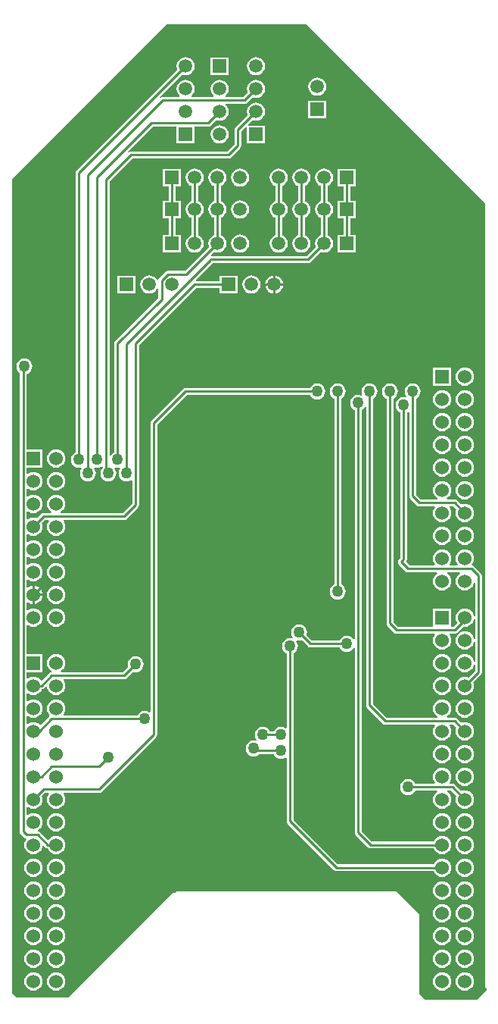
<source format=gtl>
G04 Layer_Physical_Order=1*
G04 Layer_Color=255*
%FSLAX25Y25*%
%MOIN*%
G70*
G01*
G75*
%ADD10C,0.01000*%
%ADD11R,0.05906X0.05906*%
%ADD12C,0.05906*%
%ADD13R,0.05906X0.05906*%
%ADD14C,0.06024*%
%ADD15R,0.06024X0.06024*%
%ADD16C,0.05000*%
G36*
X549000Y635837D02*
Y291000D01*
X549471Y290529D01*
Y289633D01*
X545366Y285529D01*
X522634D01*
X520000Y288163D01*
Y323000D01*
X510000Y333000D01*
X413000D01*
X412529Y332529D01*
X412000D01*
X411415Y332413D01*
X410919Y332081D01*
X368919Y290082D01*
X368919Y290081D01*
X365367Y286529D01*
X342634D01*
X340529Y288633D01*
Y527000D01*
Y646367D01*
X408634Y714471D01*
X470366D01*
X549000Y635837D01*
D02*
G37*
%LPC*%
G36*
X530000Y367566D02*
X528953Y367428D01*
X527977Y367024D01*
X527139Y366381D01*
X526496Y365543D01*
X526091Y364567D01*
X525954Y363520D01*
X526091Y362472D01*
X526496Y361496D01*
X527139Y360658D01*
X527977Y360015D01*
X528953Y359611D01*
X530000Y359473D01*
X531047Y359611D01*
X532023Y360015D01*
X532861Y360658D01*
X533504Y361496D01*
X533909Y362472D01*
X534046Y363520D01*
X533909Y364567D01*
X533504Y365543D01*
X532861Y366381D01*
X532023Y367024D01*
X531047Y367428D01*
X530000Y367566D01*
D02*
G37*
G36*
X360000D02*
X358953Y367428D01*
X357977Y367024D01*
X357139Y366381D01*
X356496Y365543D01*
X356091Y364567D01*
X355954Y363520D01*
X356091Y362472D01*
X356496Y361496D01*
X357139Y360658D01*
X357977Y360015D01*
X358953Y359611D01*
X360000Y359473D01*
X361047Y359611D01*
X362023Y360015D01*
X362861Y360658D01*
X363504Y361496D01*
X363909Y362472D01*
X364046Y363520D01*
X363909Y364567D01*
X363504Y365543D01*
X362861Y366381D01*
X362023Y367024D01*
X361047Y367428D01*
X360000Y367566D01*
D02*
G37*
G36*
X540000Y387566D02*
X538953Y387428D01*
X537977Y387024D01*
X537139Y386381D01*
X536496Y385543D01*
X536091Y384567D01*
X535954Y383520D01*
X536091Y382472D01*
X536496Y381497D01*
X537139Y380658D01*
X537977Y380015D01*
X538953Y379611D01*
X540000Y379473D01*
X541047Y379611D01*
X542023Y380015D01*
X542861Y380658D01*
X543504Y381497D01*
X543909Y382472D01*
X544046Y383520D01*
X543909Y384567D01*
X543504Y385543D01*
X542861Y386381D01*
X542023Y387024D01*
X541047Y387428D01*
X540000Y387566D01*
D02*
G37*
G36*
Y367566D02*
X538953Y367428D01*
X537977Y367024D01*
X537139Y366381D01*
X536496Y365543D01*
X536091Y364567D01*
X535954Y363520D01*
X536091Y362472D01*
X536496Y361496D01*
X537139Y360658D01*
X537977Y360015D01*
X538953Y359611D01*
X540000Y359473D01*
X541047Y359611D01*
X542023Y360015D01*
X542861Y360658D01*
X543504Y361496D01*
X543909Y362472D01*
X544046Y363520D01*
X543909Y364567D01*
X543504Y365543D01*
X542861Y366381D01*
X542023Y367024D01*
X541047Y367428D01*
X540000Y367566D01*
D02*
G37*
G36*
Y357566D02*
X538953Y357428D01*
X537977Y357024D01*
X537139Y356381D01*
X536496Y355543D01*
X536091Y354567D01*
X535954Y353520D01*
X536091Y352472D01*
X536496Y351497D01*
X537139Y350658D01*
X537977Y350015D01*
X538953Y349611D01*
X540000Y349473D01*
X541047Y349611D01*
X542023Y350015D01*
X542861Y350658D01*
X543504Y351497D01*
X543909Y352472D01*
X544046Y353520D01*
X543909Y354567D01*
X543504Y355543D01*
X542861Y356381D01*
X542023Y357024D01*
X541047Y357428D01*
X540000Y357566D01*
D02*
G37*
G36*
X350000Y347566D02*
X348953Y347428D01*
X347977Y347024D01*
X347139Y346381D01*
X346496Y345543D01*
X346091Y344567D01*
X345954Y343520D01*
X346091Y342472D01*
X346496Y341496D01*
X347139Y340658D01*
X347977Y340015D01*
X348953Y339611D01*
X350000Y339473D01*
X351047Y339611D01*
X352023Y340015D01*
X352861Y340658D01*
X353504Y341496D01*
X353909Y342472D01*
X354046Y343520D01*
X353909Y344567D01*
X353504Y345543D01*
X352861Y346381D01*
X352023Y347024D01*
X351047Y347428D01*
X350000Y347566D01*
D02*
G37*
G36*
X540000Y337566D02*
X538953Y337428D01*
X537977Y337024D01*
X537139Y336381D01*
X536496Y335543D01*
X536091Y334567D01*
X535954Y333520D01*
X536091Y332472D01*
X536496Y331497D01*
X537139Y330658D01*
X537977Y330015D01*
X538953Y329611D01*
X540000Y329473D01*
X541047Y329611D01*
X542023Y330015D01*
X542861Y330658D01*
X543504Y331497D01*
X543909Y332472D01*
X544046Y333520D01*
X543909Y334567D01*
X543504Y335543D01*
X542861Y336381D01*
X542023Y337024D01*
X541047Y337428D01*
X540000Y337566D01*
D02*
G37*
G36*
Y347566D02*
X538953Y347428D01*
X537977Y347024D01*
X537139Y346381D01*
X536496Y345543D01*
X536091Y344567D01*
X535954Y343520D01*
X536091Y342472D01*
X536496Y341496D01*
X537139Y340658D01*
X537977Y340015D01*
X538953Y339611D01*
X540000Y339473D01*
X541047Y339611D01*
X542023Y340015D01*
X542861Y340658D01*
X543504Y341496D01*
X543909Y342472D01*
X544046Y343520D01*
X543909Y344567D01*
X543504Y345543D01*
X542861Y346381D01*
X542023Y347024D01*
X541047Y347428D01*
X540000Y347566D01*
D02*
G37*
G36*
X360000D02*
X358953Y347428D01*
X357977Y347024D01*
X357139Y346381D01*
X356496Y345543D01*
X356091Y344567D01*
X355954Y343520D01*
X356091Y342472D01*
X356496Y341496D01*
X357139Y340658D01*
X357977Y340015D01*
X358953Y339611D01*
X360000Y339473D01*
X361047Y339611D01*
X362023Y340015D01*
X362861Y340658D01*
X363504Y341496D01*
X363909Y342472D01*
X364046Y343520D01*
X363909Y344567D01*
X363504Y345543D01*
X362861Y346381D01*
X362023Y347024D01*
X361047Y347428D01*
X360000Y347566D01*
D02*
G37*
G36*
X530000Y387566D02*
X528953Y387428D01*
X527977Y387024D01*
X527139Y386381D01*
X526496Y385543D01*
X526091Y384567D01*
X525954Y383520D01*
X526091Y382472D01*
X526496Y381497D01*
X526854Y381029D01*
X526608Y380529D01*
X518155D01*
X518057Y380765D01*
X517496Y381496D01*
X516765Y382057D01*
X515914Y382410D01*
X515000Y382530D01*
X514086Y382410D01*
X513235Y382057D01*
X512504Y381496D01*
X511943Y380765D01*
X511590Y379914D01*
X511470Y379000D01*
X511590Y378086D01*
X511943Y377235D01*
X512504Y376504D01*
X513235Y375943D01*
X514086Y375590D01*
X515000Y375470D01*
X515914Y375590D01*
X516765Y375943D01*
X517496Y376504D01*
X518057Y377235D01*
X518155Y377471D01*
X527770D01*
X527882Y377228D01*
X527907Y376971D01*
X527139Y376381D01*
X526496Y375543D01*
X526091Y374567D01*
X525954Y373520D01*
X526091Y372472D01*
X526496Y371497D01*
X527139Y370658D01*
X527977Y370015D01*
X528953Y369611D01*
X530000Y369473D01*
X531047Y369611D01*
X532023Y370015D01*
X532861Y370658D01*
X533504Y371497D01*
X533909Y372472D01*
X534046Y373520D01*
X533909Y374567D01*
X533504Y375543D01*
X532861Y376381D01*
X532093Y376971D01*
X532118Y377228D01*
X532230Y377471D01*
X533886D01*
X536296Y375061D01*
X536091Y374567D01*
X535954Y373520D01*
X536091Y372472D01*
X536496Y371497D01*
X537139Y370658D01*
X537977Y370015D01*
X538953Y369611D01*
X540000Y369473D01*
X541047Y369611D01*
X542023Y370015D01*
X542861Y370658D01*
X543504Y371497D01*
X543909Y372472D01*
X544046Y373520D01*
X543909Y374567D01*
X543504Y375543D01*
X542861Y376381D01*
X542023Y377024D01*
X541047Y377428D01*
X540000Y377566D01*
X538953Y377428D01*
X538459Y377224D01*
X535601Y380081D01*
X535105Y380413D01*
X534520Y380529D01*
X533392D01*
X533146Y381029D01*
X533504Y381497D01*
X533909Y382472D01*
X534046Y383520D01*
X533909Y384567D01*
X533504Y385543D01*
X532861Y386381D01*
X532023Y387024D01*
X531047Y387428D01*
X530000Y387566D01*
D02*
G37*
G36*
X360000Y467566D02*
X358953Y467428D01*
X357977Y467024D01*
X357139Y466381D01*
X356496Y465543D01*
X356091Y464567D01*
X355954Y463520D01*
X356091Y462472D01*
X356496Y461496D01*
X357139Y460658D01*
X357977Y460015D01*
X358953Y459611D01*
X360000Y459473D01*
X361047Y459611D01*
X362023Y460015D01*
X362861Y460658D01*
X363504Y461496D01*
X363909Y462472D01*
X364046Y463520D01*
X363909Y464567D01*
X363504Y465543D01*
X362861Y466381D01*
X362023Y467024D01*
X361047Y467428D01*
X360000Y467566D01*
D02*
G37*
G36*
Y457566D02*
X358953Y457428D01*
X357977Y457024D01*
X357139Y456381D01*
X356496Y455543D01*
X356091Y454567D01*
X355954Y453520D01*
X356091Y452472D01*
X356496Y451497D01*
X357139Y450658D01*
X357977Y450015D01*
X358953Y449611D01*
X360000Y449473D01*
X361047Y449611D01*
X362023Y450015D01*
X362861Y450658D01*
X363504Y451497D01*
X363909Y452472D01*
X364046Y453520D01*
X363909Y454567D01*
X363504Y455543D01*
X362861Y456381D01*
X362023Y457024D01*
X361047Y457428D01*
X360000Y457566D01*
D02*
G37*
G36*
X484000Y556530D02*
X483086Y556410D01*
X482235Y556057D01*
X481504Y555496D01*
X480943Y554765D01*
X480590Y553914D01*
X480470Y553000D01*
X480590Y552086D01*
X480943Y551235D01*
X481504Y550504D01*
X482235Y549943D01*
X482471Y549845D01*
Y468155D01*
X482235Y468057D01*
X481504Y467496D01*
X480943Y466765D01*
X480590Y465914D01*
X480470Y465000D01*
X480590Y464086D01*
X480943Y463235D01*
X481504Y462504D01*
X482235Y461943D01*
X483086Y461590D01*
X484000Y461470D01*
X484914Y461590D01*
X485765Y461943D01*
X486496Y462504D01*
X487057Y463235D01*
X487410Y464086D01*
X487530Y465000D01*
X487410Y465914D01*
X487057Y466765D01*
X486496Y467496D01*
X485765Y468057D01*
X485529Y468155D01*
Y549845D01*
X485765Y549943D01*
X486496Y550504D01*
X487057Y551235D01*
X487410Y552086D01*
X487530Y553000D01*
X487410Y553914D01*
X487057Y554765D01*
X486496Y555496D01*
X485765Y556057D01*
X484914Y556410D01*
X484000Y556530D01*
D02*
G37*
G36*
X353981Y463020D02*
X350500D01*
Y459539D01*
X351047Y459611D01*
X352023Y460015D01*
X352861Y460658D01*
X353504Y461496D01*
X353909Y462472D01*
X353981Y463020D01*
D02*
G37*
G36*
X530000Y437566D02*
X528953Y437428D01*
X527977Y437024D01*
X527139Y436381D01*
X526496Y435543D01*
X526091Y434567D01*
X525954Y433520D01*
X526091Y432472D01*
X526496Y431496D01*
X527139Y430658D01*
X527977Y430015D01*
X528953Y429611D01*
X530000Y429473D01*
X531047Y429611D01*
X532023Y430015D01*
X532861Y430658D01*
X533504Y431496D01*
X533909Y432472D01*
X534046Y433520D01*
X533909Y434567D01*
X533504Y435543D01*
X532861Y436381D01*
X532023Y437024D01*
X531047Y437428D01*
X530000Y437566D01*
D02*
G37*
G36*
X540000Y397566D02*
X538953Y397428D01*
X537977Y397024D01*
X537139Y396381D01*
X536496Y395543D01*
X536091Y394567D01*
X535954Y393520D01*
X536091Y392472D01*
X536496Y391496D01*
X537139Y390658D01*
X537977Y390015D01*
X538953Y389611D01*
X540000Y389473D01*
X541047Y389611D01*
X542023Y390015D01*
X542861Y390658D01*
X543504Y391496D01*
X543909Y392472D01*
X544046Y393520D01*
X543909Y394567D01*
X543504Y395543D01*
X542861Y396381D01*
X542023Y397024D01*
X541047Y397428D01*
X540000Y397566D01*
D02*
G37*
G36*
X530000D02*
X528953Y397428D01*
X527977Y397024D01*
X527139Y396381D01*
X526496Y395543D01*
X526091Y394567D01*
X525954Y393520D01*
X526091Y392472D01*
X526496Y391496D01*
X527139Y390658D01*
X527977Y390015D01*
X528953Y389611D01*
X530000Y389473D01*
X531047Y389611D01*
X532023Y390015D01*
X532861Y390658D01*
X533504Y391496D01*
X533909Y392472D01*
X534046Y393520D01*
X533909Y394567D01*
X533504Y395543D01*
X532861Y396381D01*
X532023Y397024D01*
X531047Y397428D01*
X530000Y397566D01*
D02*
G37*
G36*
Y427566D02*
X528953Y427428D01*
X527977Y427024D01*
X527139Y426381D01*
X526496Y425543D01*
X526091Y424567D01*
X525954Y423520D01*
X526091Y422472D01*
X526496Y421496D01*
X527139Y420658D01*
X527977Y420015D01*
X528953Y419611D01*
X530000Y419473D01*
X531047Y419611D01*
X532023Y420015D01*
X532861Y420658D01*
X533504Y421496D01*
X533909Y422472D01*
X534046Y423520D01*
X533909Y424567D01*
X533504Y425543D01*
X532861Y426381D01*
X532023Y427024D01*
X531047Y427428D01*
X530000Y427566D01*
D02*
G37*
G36*
X540000Y417566D02*
X538953Y417428D01*
X537977Y417024D01*
X537139Y416381D01*
X536496Y415543D01*
X536091Y414567D01*
X535954Y413520D01*
X536091Y412472D01*
X536496Y411496D01*
X537139Y410658D01*
X537977Y410015D01*
X538953Y409611D01*
X540000Y409473D01*
X541047Y409611D01*
X542023Y410015D01*
X542861Y410658D01*
X543504Y411496D01*
X543909Y412472D01*
X544046Y413520D01*
X543909Y414567D01*
X543504Y415543D01*
X542861Y416381D01*
X542023Y417024D01*
X541047Y417428D01*
X540000Y417566D01*
D02*
G37*
G36*
X530000Y307566D02*
X528953Y307428D01*
X527977Y307024D01*
X527139Y306381D01*
X526496Y305543D01*
X526091Y304567D01*
X525954Y303520D01*
X526091Y302472D01*
X526496Y301497D01*
X527139Y300658D01*
X527977Y300015D01*
X528953Y299611D01*
X530000Y299473D01*
X531047Y299611D01*
X532023Y300015D01*
X532861Y300658D01*
X533504Y301497D01*
X533909Y302472D01*
X534046Y303520D01*
X533909Y304567D01*
X533504Y305543D01*
X532861Y306381D01*
X532023Y307024D01*
X531047Y307428D01*
X530000Y307566D01*
D02*
G37*
G36*
X360000D02*
X358953Y307428D01*
X357977Y307024D01*
X357139Y306381D01*
X356496Y305543D01*
X356091Y304567D01*
X355954Y303520D01*
X356091Y302472D01*
X356496Y301497D01*
X357139Y300658D01*
X357977Y300015D01*
X358953Y299611D01*
X360000Y299473D01*
X361047Y299611D01*
X362023Y300015D01*
X362861Y300658D01*
X363504Y301497D01*
X363909Y302472D01*
X364046Y303520D01*
X363909Y304567D01*
X363504Y305543D01*
X362861Y306381D01*
X362023Y307024D01*
X361047Y307428D01*
X360000Y307566D01*
D02*
G37*
G36*
X350000Y317566D02*
X348953Y317428D01*
X347977Y317024D01*
X347139Y316381D01*
X346496Y315543D01*
X346091Y314567D01*
X345954Y313520D01*
X346091Y312472D01*
X346496Y311496D01*
X347139Y310658D01*
X347977Y310015D01*
X348953Y309611D01*
X350000Y309473D01*
X351047Y309611D01*
X352023Y310015D01*
X352861Y310658D01*
X353504Y311496D01*
X353909Y312472D01*
X354046Y313520D01*
X353909Y314567D01*
X353504Y315543D01*
X352861Y316381D01*
X352023Y317024D01*
X351047Y317428D01*
X350000Y317566D01*
D02*
G37*
G36*
X540000Y307566D02*
X538953Y307428D01*
X537977Y307024D01*
X537139Y306381D01*
X536496Y305543D01*
X536091Y304567D01*
X535954Y303520D01*
X536091Y302472D01*
X536496Y301497D01*
X537139Y300658D01*
X537977Y300015D01*
X538953Y299611D01*
X540000Y299473D01*
X541047Y299611D01*
X542023Y300015D01*
X542861Y300658D01*
X543504Y301497D01*
X543909Y302472D01*
X544046Y303520D01*
X543909Y304567D01*
X543504Y305543D01*
X542861Y306381D01*
X542023Y307024D01*
X541047Y307428D01*
X540000Y307566D01*
D02*
G37*
G36*
X350000D02*
X348953Y307428D01*
X347977Y307024D01*
X347139Y306381D01*
X346496Y305543D01*
X346091Y304567D01*
X345954Y303520D01*
X346091Y302472D01*
X346496Y301497D01*
X347139Y300658D01*
X347977Y300015D01*
X348953Y299611D01*
X350000Y299473D01*
X351047Y299611D01*
X352023Y300015D01*
X352861Y300658D01*
X353504Y301497D01*
X353909Y302472D01*
X354046Y303520D01*
X353909Y304567D01*
X353504Y305543D01*
X352861Y306381D01*
X352023Y307024D01*
X351047Y307428D01*
X350000Y307566D01*
D02*
G37*
G36*
X360000Y297566D02*
X358953Y297428D01*
X357977Y297024D01*
X357139Y296381D01*
X356496Y295543D01*
X356091Y294567D01*
X355954Y293520D01*
X356091Y292472D01*
X356496Y291496D01*
X357139Y290658D01*
X357977Y290015D01*
X358953Y289611D01*
X360000Y289473D01*
X361047Y289611D01*
X362023Y290015D01*
X362861Y290658D01*
X363504Y291496D01*
X363909Y292472D01*
X364046Y293520D01*
X363909Y294567D01*
X363504Y295543D01*
X362861Y296381D01*
X362023Y297024D01*
X361047Y297428D01*
X360000Y297566D01*
D02*
G37*
G36*
X350000D02*
X348953Y297428D01*
X347977Y297024D01*
X347139Y296381D01*
X346496Y295543D01*
X346091Y294567D01*
X345954Y293520D01*
X346091Y292472D01*
X346496Y291496D01*
X347139Y290658D01*
X347977Y290015D01*
X348953Y289611D01*
X350000Y289473D01*
X351047Y289611D01*
X352023Y290015D01*
X352861Y290658D01*
X353504Y291496D01*
X353909Y292472D01*
X354046Y293520D01*
X353909Y294567D01*
X353504Y295543D01*
X352861Y296381D01*
X352023Y297024D01*
X351047Y297428D01*
X350000Y297566D01*
D02*
G37*
G36*
X540000D02*
X538953Y297428D01*
X537977Y297024D01*
X537139Y296381D01*
X536496Y295543D01*
X536091Y294567D01*
X535954Y293520D01*
X536091Y292472D01*
X536496Y291496D01*
X537139Y290658D01*
X537977Y290015D01*
X538953Y289611D01*
X540000Y289473D01*
X541047Y289611D01*
X542023Y290015D01*
X542861Y290658D01*
X543504Y291496D01*
X543909Y292472D01*
X544046Y293520D01*
X543909Y294567D01*
X543504Y295543D01*
X542861Y296381D01*
X542023Y297024D01*
X541047Y297428D01*
X540000Y297566D01*
D02*
G37*
G36*
X530000D02*
X528953Y297428D01*
X527977Y297024D01*
X527139Y296381D01*
X526496Y295543D01*
X526091Y294567D01*
X525954Y293520D01*
X526091Y292472D01*
X526496Y291496D01*
X527139Y290658D01*
X527977Y290015D01*
X528953Y289611D01*
X530000Y289473D01*
X531047Y289611D01*
X532023Y290015D01*
X532861Y290658D01*
X533504Y291496D01*
X533909Y292472D01*
X534046Y293520D01*
X533909Y294567D01*
X533504Y295543D01*
X532861Y296381D01*
X532023Y297024D01*
X531047Y297428D01*
X530000Y297566D01*
D02*
G37*
G36*
X360000Y317566D02*
X358953Y317428D01*
X357977Y317024D01*
X357139Y316381D01*
X356496Y315543D01*
X356091Y314567D01*
X355954Y313520D01*
X356091Y312472D01*
X356496Y311496D01*
X357139Y310658D01*
X357977Y310015D01*
X358953Y309611D01*
X360000Y309473D01*
X361047Y309611D01*
X362023Y310015D01*
X362861Y310658D01*
X363504Y311496D01*
X363909Y312472D01*
X364046Y313520D01*
X363909Y314567D01*
X363504Y315543D01*
X362861Y316381D01*
X362023Y317024D01*
X361047Y317428D01*
X360000Y317566D01*
D02*
G37*
G36*
X350000Y337566D02*
X348953Y337428D01*
X347977Y337024D01*
X347139Y336381D01*
X346496Y335543D01*
X346091Y334567D01*
X345954Y333520D01*
X346091Y332472D01*
X346496Y331497D01*
X347139Y330658D01*
X347977Y330015D01*
X348953Y329611D01*
X350000Y329473D01*
X351047Y329611D01*
X352023Y330015D01*
X352861Y330658D01*
X353504Y331497D01*
X353909Y332472D01*
X354046Y333520D01*
X353909Y334567D01*
X353504Y335543D01*
X352861Y336381D01*
X352023Y337024D01*
X351047Y337428D01*
X350000Y337566D01*
D02*
G37*
G36*
X540000Y327566D02*
X538953Y327428D01*
X537977Y327024D01*
X537139Y326381D01*
X536496Y325543D01*
X536091Y324567D01*
X535954Y323520D01*
X536091Y322472D01*
X536496Y321497D01*
X537139Y320658D01*
X537977Y320015D01*
X538953Y319611D01*
X540000Y319473D01*
X541047Y319611D01*
X542023Y320015D01*
X542861Y320658D01*
X543504Y321497D01*
X543909Y322472D01*
X544046Y323520D01*
X543909Y324567D01*
X543504Y325543D01*
X542861Y326381D01*
X542023Y327024D01*
X541047Y327428D01*
X540000Y327566D01*
D02*
G37*
G36*
X530000Y337566D02*
X528953Y337428D01*
X527977Y337024D01*
X527139Y336381D01*
X526496Y335543D01*
X526091Y334567D01*
X525954Y333520D01*
X526091Y332472D01*
X526496Y331497D01*
X527139Y330658D01*
X527977Y330015D01*
X528953Y329611D01*
X530000Y329473D01*
X531047Y329611D01*
X532023Y330015D01*
X532861Y330658D01*
X533504Y331497D01*
X533909Y332472D01*
X534046Y333520D01*
X533909Y334567D01*
X533504Y335543D01*
X532861Y336381D01*
X532023Y337024D01*
X531047Y337428D01*
X530000Y337566D01*
D02*
G37*
G36*
X360000D02*
X358953Y337428D01*
X357977Y337024D01*
X357139Y336381D01*
X356496Y335543D01*
X356091Y334567D01*
X355954Y333520D01*
X356091Y332472D01*
X356496Y331497D01*
X357139Y330658D01*
X357977Y330015D01*
X358953Y329611D01*
X360000Y329473D01*
X361047Y329611D01*
X362023Y330015D01*
X362861Y330658D01*
X363504Y331497D01*
X363909Y332472D01*
X364046Y333520D01*
X363909Y334567D01*
X363504Y335543D01*
X362861Y336381D01*
X362023Y337024D01*
X361047Y337428D01*
X360000Y337566D01*
D02*
G37*
G36*
X530000Y327566D02*
X528953Y327428D01*
X527977Y327024D01*
X527139Y326381D01*
X526496Y325543D01*
X526091Y324567D01*
X525954Y323520D01*
X526091Y322472D01*
X526496Y321497D01*
X527139Y320658D01*
X527977Y320015D01*
X528953Y319611D01*
X530000Y319473D01*
X531047Y319611D01*
X532023Y320015D01*
X532861Y320658D01*
X533504Y321497D01*
X533909Y322472D01*
X534046Y323520D01*
X533909Y324567D01*
X533504Y325543D01*
X532861Y326381D01*
X532023Y327024D01*
X531047Y327428D01*
X530000Y327566D01*
D02*
G37*
G36*
X540000Y317566D02*
X538953Y317428D01*
X537977Y317024D01*
X537139Y316381D01*
X536496Y315543D01*
X536091Y314567D01*
X535954Y313520D01*
X536091Y312472D01*
X536496Y311496D01*
X537139Y310658D01*
X537977Y310015D01*
X538953Y309611D01*
X540000Y309473D01*
X541047Y309611D01*
X542023Y310015D01*
X542861Y310658D01*
X543504Y311496D01*
X543909Y312472D01*
X544046Y313520D01*
X543909Y314567D01*
X543504Y315543D01*
X542861Y316381D01*
X542023Y317024D01*
X541047Y317428D01*
X540000Y317566D01*
D02*
G37*
G36*
X530000D02*
X528953Y317428D01*
X527977Y317024D01*
X527139Y316381D01*
X526496Y315543D01*
X526091Y314567D01*
X525954Y313520D01*
X526091Y312472D01*
X526496Y311496D01*
X527139Y310658D01*
X527977Y310015D01*
X528953Y309611D01*
X530000Y309473D01*
X531047Y309611D01*
X532023Y310015D01*
X532861Y310658D01*
X533504Y311496D01*
X533909Y312472D01*
X534046Y313520D01*
X533909Y314567D01*
X533504Y315543D01*
X532861Y316381D01*
X532023Y317024D01*
X531047Y317428D01*
X530000Y317566D01*
D02*
G37*
G36*
X360000Y327566D02*
X358953Y327428D01*
X357977Y327024D01*
X357139Y326381D01*
X356496Y325543D01*
X356091Y324567D01*
X355954Y323520D01*
X356091Y322472D01*
X356496Y321497D01*
X357139Y320658D01*
X357977Y320015D01*
X358953Y319611D01*
X360000Y319473D01*
X361047Y319611D01*
X362023Y320015D01*
X362861Y320658D01*
X363504Y321497D01*
X363909Y322472D01*
X364046Y323520D01*
X363909Y324567D01*
X363504Y325543D01*
X362861Y326381D01*
X362023Y327024D01*
X361047Y327428D01*
X360000Y327566D01*
D02*
G37*
G36*
X350000D02*
X348953Y327428D01*
X347977Y327024D01*
X347139Y326381D01*
X346496Y325543D01*
X346091Y324567D01*
X345954Y323520D01*
X346091Y322472D01*
X346496Y321497D01*
X347139Y320658D01*
X347977Y320015D01*
X348953Y319611D01*
X350000Y319473D01*
X351047Y319611D01*
X352023Y320015D01*
X352861Y320658D01*
X353504Y321497D01*
X353909Y322472D01*
X354046Y323520D01*
X353909Y324567D01*
X353504Y325543D01*
X352861Y326381D01*
X352023Y327024D01*
X351047Y327428D01*
X350000Y327566D01*
D02*
G37*
G36*
X350500Y467500D02*
Y464020D01*
X353981D01*
X353909Y464567D01*
X353504Y465543D01*
X352861Y466381D01*
X352023Y467024D01*
X351047Y467428D01*
X350500Y467500D01*
D02*
G37*
G36*
X441000Y621987D02*
X439968Y621851D01*
X439007Y621453D01*
X438181Y620819D01*
X437547Y619993D01*
X437149Y619032D01*
X437013Y618000D01*
X437149Y616968D01*
X437547Y616007D01*
X438181Y615181D01*
X439007Y614547D01*
X439968Y614149D01*
X441000Y614013D01*
X442032Y614149D01*
X442993Y614547D01*
X443819Y615181D01*
X444453Y616007D01*
X444851Y616968D01*
X444987Y618000D01*
X444851Y619032D01*
X444453Y619993D01*
X443819Y620819D01*
X442993Y621453D01*
X442032Y621851D01*
X441000Y621987D01*
D02*
G37*
G36*
X421000Y650987D02*
X419968Y650851D01*
X419007Y650453D01*
X418181Y649819D01*
X417547Y648993D01*
X417149Y648032D01*
X417013Y647000D01*
X417149Y645968D01*
X417547Y645007D01*
X418181Y644181D01*
X419007Y643547D01*
X419471Y643355D01*
Y636645D01*
X419007Y636453D01*
X418181Y635819D01*
X417547Y634993D01*
X417149Y634032D01*
X417013Y633000D01*
X417149Y631968D01*
X417547Y631007D01*
X418181Y630181D01*
X419007Y629547D01*
X419471Y629355D01*
Y621645D01*
X419007Y621453D01*
X418181Y620819D01*
X417547Y619993D01*
X417149Y619032D01*
X417013Y618000D01*
X417149Y616968D01*
X417547Y616007D01*
X418181Y615181D01*
X419007Y614547D01*
X419968Y614149D01*
X421000Y614013D01*
X422032Y614149D01*
X422993Y614547D01*
X423819Y615181D01*
X424453Y616007D01*
X424851Y616968D01*
X424987Y618000D01*
X424851Y619032D01*
X424453Y619993D01*
X423819Y620819D01*
X422993Y621453D01*
X422529Y621645D01*
Y629355D01*
X422993Y629547D01*
X423819Y630181D01*
X424453Y631007D01*
X424851Y631968D01*
X424987Y633000D01*
X424851Y634032D01*
X424453Y634993D01*
X423819Y635819D01*
X422993Y636453D01*
X422529Y636645D01*
Y643355D01*
X422993Y643547D01*
X423819Y644181D01*
X424453Y645007D01*
X424851Y645968D01*
X424987Y647000D01*
X424851Y648032D01*
X424453Y648993D01*
X423819Y649819D01*
X422993Y650453D01*
X422032Y650851D01*
X421000Y650987D01*
D02*
G37*
G36*
X468000D02*
X466968Y650851D01*
X466007Y650453D01*
X465181Y649819D01*
X464547Y648993D01*
X464149Y648032D01*
X464013Y647000D01*
X464149Y645968D01*
X464547Y645007D01*
X465181Y644181D01*
X466007Y643547D01*
X466471Y643355D01*
Y636645D01*
X466007Y636453D01*
X465181Y635819D01*
X464547Y634993D01*
X464149Y634032D01*
X464013Y633000D01*
X464149Y631968D01*
X464547Y631007D01*
X465181Y630181D01*
X466007Y629547D01*
X466471Y629355D01*
Y621645D01*
X466007Y621453D01*
X465181Y620819D01*
X464547Y619993D01*
X464149Y619032D01*
X464013Y618000D01*
X464149Y616968D01*
X464547Y616007D01*
X465181Y615181D01*
X466007Y614547D01*
X466968Y614149D01*
X468000Y614013D01*
X469032Y614149D01*
X469993Y614547D01*
X470819Y615181D01*
X471453Y616007D01*
X471851Y616968D01*
X471987Y618000D01*
X471851Y619032D01*
X471453Y619993D01*
X470819Y620819D01*
X469993Y621453D01*
X469529Y621645D01*
Y629355D01*
X469993Y629547D01*
X470819Y630181D01*
X471453Y631007D01*
X471851Y631968D01*
X471987Y633000D01*
X471851Y634032D01*
X471453Y634993D01*
X470819Y635819D01*
X469993Y636453D01*
X469529Y636645D01*
Y643355D01*
X469993Y643547D01*
X470819Y644181D01*
X471453Y645007D01*
X471851Y645968D01*
X471987Y647000D01*
X471851Y648032D01*
X471453Y648993D01*
X470819Y649819D01*
X469993Y650453D01*
X469032Y650851D01*
X468000Y650987D01*
D02*
G37*
G36*
X458000D02*
X456968Y650851D01*
X456007Y650453D01*
X455181Y649819D01*
X454547Y648993D01*
X454149Y648032D01*
X454013Y647000D01*
X454149Y645968D01*
X454547Y645007D01*
X455181Y644181D01*
X456007Y643547D01*
X456471Y643355D01*
Y636645D01*
X456007Y636453D01*
X455181Y635819D01*
X454547Y634993D01*
X454149Y634032D01*
X454013Y633000D01*
X454149Y631968D01*
X454547Y631007D01*
X455181Y630181D01*
X456007Y629547D01*
X456471Y629355D01*
Y621645D01*
X456007Y621453D01*
X455181Y620819D01*
X454547Y619993D01*
X454149Y619032D01*
X454013Y618000D01*
X454149Y616968D01*
X454547Y616007D01*
X455181Y615181D01*
X456007Y614547D01*
X456968Y614149D01*
X458000Y614013D01*
X459032Y614149D01*
X459993Y614547D01*
X460819Y615181D01*
X461453Y616007D01*
X461851Y616968D01*
X461987Y618000D01*
X461851Y619032D01*
X461453Y619993D01*
X460819Y620819D01*
X459993Y621453D01*
X459529Y621645D01*
Y629355D01*
X459993Y629547D01*
X460819Y630181D01*
X461453Y631007D01*
X461851Y631968D01*
X461987Y633000D01*
X461851Y634032D01*
X461453Y634993D01*
X460819Y635819D01*
X459993Y636453D01*
X459529Y636645D01*
Y643355D01*
X459993Y643547D01*
X460819Y644181D01*
X461453Y645007D01*
X461851Y645968D01*
X461987Y647000D01*
X461851Y648032D01*
X461453Y648993D01*
X460819Y649819D01*
X459993Y650453D01*
X459032Y650851D01*
X458000Y650987D01*
D02*
G37*
G36*
X456500Y603921D02*
Y600500D01*
X459921D01*
X459851Y601032D01*
X459453Y601993D01*
X458819Y602819D01*
X457993Y603453D01*
X457032Y603851D01*
X456500Y603921D01*
D02*
G37*
G36*
X455500Y599500D02*
X452079D01*
X452149Y598968D01*
X452547Y598007D01*
X453181Y597181D01*
X454007Y596547D01*
X454968Y596149D01*
X455500Y596079D01*
Y599500D01*
D02*
G37*
G36*
X394953Y603953D02*
X387047D01*
Y596047D01*
X394953D01*
Y603953D01*
D02*
G37*
G36*
X455500Y603921D02*
X454968Y603851D01*
X454007Y603453D01*
X453181Y602819D01*
X452547Y601993D01*
X452149Y601032D01*
X452079Y600500D01*
X455500D01*
Y603921D01*
D02*
G37*
G36*
X459921Y599500D02*
X456500D01*
Y596079D01*
X457032Y596149D01*
X457993Y596547D01*
X458819Y597181D01*
X459453Y598007D01*
X459851Y598968D01*
X459921Y599500D01*
D02*
G37*
G36*
X414953Y650953D02*
X407047D01*
Y643047D01*
X409471D01*
Y636953D01*
X407047D01*
Y629047D01*
X409471D01*
Y621953D01*
X407047D01*
Y614047D01*
X414953D01*
Y621953D01*
X412529D01*
Y629047D01*
X414953D01*
Y636953D01*
X412529D01*
Y643047D01*
X414953D01*
Y650953D01*
D02*
G37*
G36*
X417000Y699987D02*
X415968Y699851D01*
X415007Y699453D01*
X414181Y698819D01*
X413547Y697993D01*
X413149Y697032D01*
X413013Y696000D01*
X413149Y694968D01*
X413341Y694504D01*
X368919Y650081D01*
X368587Y649585D01*
X368471Y649000D01*
Y526155D01*
X368235Y526057D01*
X367504Y525496D01*
X366943Y524765D01*
X366590Y523914D01*
X366470Y523000D01*
X366590Y522086D01*
X366943Y521235D01*
X367504Y520504D01*
X368235Y519943D01*
X369086Y519590D01*
X370000Y519470D01*
X370914Y519590D01*
X370960Y519609D01*
X371275Y519199D01*
X370943Y518765D01*
X370590Y517914D01*
X370470Y517000D01*
X370590Y516086D01*
X370943Y515235D01*
X371504Y514504D01*
X372235Y513943D01*
X373086Y513590D01*
X374000Y513470D01*
X374914Y513590D01*
X375765Y513943D01*
X376496Y514504D01*
X377057Y515235D01*
X377410Y516086D01*
X377530Y517000D01*
X377410Y517914D01*
X377057Y518765D01*
X376725Y519199D01*
X377040Y519609D01*
X377086Y519590D01*
X378000Y519470D01*
X378914Y519590D01*
X379765Y519943D01*
X380022Y520140D01*
X380471Y519919D01*
Y519453D01*
X379943Y518765D01*
X379590Y517914D01*
X379470Y517000D01*
X379590Y516086D01*
X379943Y515235D01*
X380504Y514504D01*
X381235Y513943D01*
X382086Y513590D01*
X383000Y513470D01*
X383914Y513590D01*
X384765Y513943D01*
X385496Y514504D01*
X386057Y515235D01*
X386410Y516086D01*
X386530Y517000D01*
X386410Y517914D01*
X386057Y518765D01*
X385724Y519199D01*
X386040Y519609D01*
X386086Y519590D01*
X387000Y519470D01*
X387914Y519590D01*
X387960Y519609D01*
X388276Y519199D01*
X387943Y518765D01*
X387590Y517914D01*
X387470Y517000D01*
X387590Y516086D01*
X387943Y515235D01*
X388504Y514504D01*
X389235Y513943D01*
X390086Y513590D01*
X391000Y513470D01*
X391914Y513590D01*
X392765Y513943D01*
X393022Y514140D01*
X393471Y513919D01*
Y503633D01*
X389398Y499561D01*
X362222D01*
X362095Y499852D01*
X362083Y500061D01*
X362861Y500658D01*
X363504Y501497D01*
X363909Y502472D01*
X364046Y503520D01*
X363909Y504567D01*
X363504Y505543D01*
X362861Y506381D01*
X362023Y507024D01*
X361047Y507428D01*
X360000Y507566D01*
X358953Y507428D01*
X357977Y507024D01*
X357139Y506381D01*
X356496Y505543D01*
X356091Y504567D01*
X355954Y503520D01*
X356091Y502472D01*
X356496Y501497D01*
X357139Y500658D01*
X357951Y500035D01*
X357956Y499983D01*
X357751Y499529D01*
X354480D01*
X353895Y499413D01*
X353399Y499082D01*
X351541Y497224D01*
X351047Y497428D01*
X350000Y497566D01*
X348953Y497428D01*
X347977Y497024D01*
X347518Y496672D01*
X347018Y496918D01*
Y500121D01*
X347518Y500368D01*
X347977Y500015D01*
X348953Y499611D01*
X350000Y499473D01*
X351047Y499611D01*
X352023Y500015D01*
X352861Y500658D01*
X353504Y501497D01*
X353909Y502472D01*
X354046Y503520D01*
X353909Y504567D01*
X353504Y505543D01*
X352861Y506381D01*
X352023Y507024D01*
X351047Y507428D01*
X350000Y507566D01*
X348953Y507428D01*
X347977Y507024D01*
X347518Y506672D01*
X347018Y506918D01*
Y510121D01*
X347518Y510368D01*
X347977Y510015D01*
X348953Y509611D01*
X350000Y509473D01*
X351047Y509611D01*
X352023Y510015D01*
X352861Y510658D01*
X353504Y511496D01*
X353909Y512472D01*
X354046Y513520D01*
X353909Y514567D01*
X353504Y515543D01*
X352861Y516381D01*
X352023Y517024D01*
X351047Y517428D01*
X350000Y517566D01*
X348953Y517428D01*
X347977Y517024D01*
X347518Y516672D01*
X347018Y516918D01*
Y519508D01*
X354012D01*
Y527531D01*
X347018D01*
Y560633D01*
X347765Y560943D01*
X348496Y561504D01*
X349057Y562235D01*
X349410Y563086D01*
X349530Y564000D01*
X349410Y564914D01*
X349057Y565765D01*
X348496Y566496D01*
X347765Y567057D01*
X346914Y567410D01*
X346000Y567530D01*
X345086Y567410D01*
X344235Y567057D01*
X343504Y566496D01*
X342943Y565765D01*
X342590Y564914D01*
X342470Y564000D01*
X342590Y563086D01*
X342943Y562235D01*
X343504Y561504D01*
X343959Y561155D01*
Y359512D01*
X344075Y358927D01*
X344407Y358430D01*
X345887Y356950D01*
X346383Y356618D01*
X346650Y356565D01*
X346858Y356014D01*
X346496Y355543D01*
X346091Y354567D01*
X345954Y353520D01*
X346091Y352472D01*
X346496Y351497D01*
X347139Y350658D01*
X347977Y350015D01*
X348953Y349611D01*
X350000Y349473D01*
X351047Y349611D01*
X352023Y350015D01*
X352861Y350658D01*
X353504Y351497D01*
X353909Y352472D01*
X353984Y353046D01*
X354512Y353225D01*
X355299Y352438D01*
X355795Y352107D01*
X356283Y352010D01*
X356496Y351497D01*
X357139Y350658D01*
X357977Y350015D01*
X358953Y349611D01*
X360000Y349473D01*
X361047Y349611D01*
X362023Y350015D01*
X362861Y350658D01*
X363504Y351497D01*
X363909Y352472D01*
X364046Y353520D01*
X363909Y354567D01*
X363504Y355543D01*
X362861Y356381D01*
X362023Y357024D01*
X361047Y357428D01*
X360000Y357566D01*
X358953Y357428D01*
X357977Y357024D01*
X357139Y356381D01*
X356737Y355858D01*
X356238Y355825D01*
X352950Y359113D01*
X352454Y359444D01*
X352115Y359512D01*
X352040Y359924D01*
X352049Y360035D01*
X352861Y360658D01*
X353504Y361496D01*
X353909Y362472D01*
X354046Y363520D01*
X353909Y364567D01*
X353504Y365543D01*
X352861Y366381D01*
X352023Y367024D01*
X351047Y367428D01*
X350000Y367566D01*
X348953Y367428D01*
X347977Y367024D01*
X347518Y366672D01*
X347018Y366918D01*
Y370121D01*
X347518Y370368D01*
X347977Y370015D01*
X348953Y369611D01*
X350000Y369473D01*
X351047Y369611D01*
X352023Y370015D01*
X352861Y370658D01*
X353504Y371497D01*
X353909Y372472D01*
X354046Y373520D01*
X353909Y374567D01*
X353704Y375061D01*
X355114Y376471D01*
X356577D01*
X356824Y375971D01*
X356496Y375543D01*
X356091Y374567D01*
X355954Y373520D01*
X356091Y372472D01*
X356496Y371497D01*
X357139Y370658D01*
X357977Y370015D01*
X358953Y369611D01*
X360000Y369473D01*
X361047Y369611D01*
X362023Y370015D01*
X362861Y370658D01*
X363504Y371497D01*
X363909Y372472D01*
X364046Y373520D01*
X363909Y374567D01*
X363504Y375543D01*
X363152Y376002D01*
X363399Y376502D01*
X379031D01*
X379617Y376619D01*
X380113Y376950D01*
X404081Y400919D01*
X404413Y401415D01*
X404529Y402000D01*
Y538367D01*
X417633Y551471D01*
X471845D01*
X471943Y551235D01*
X472504Y550504D01*
X473235Y549943D01*
X474086Y549590D01*
X475000Y549470D01*
X475914Y549590D01*
X476765Y549943D01*
X477496Y550504D01*
X478057Y551235D01*
X478410Y552086D01*
X478530Y553000D01*
X478410Y553914D01*
X478057Y554765D01*
X477496Y555496D01*
X476765Y556057D01*
X475914Y556410D01*
X475000Y556530D01*
X474086Y556410D01*
X473235Y556057D01*
X472504Y555496D01*
X471943Y554765D01*
X471845Y554529D01*
X417000D01*
X416415Y554413D01*
X415919Y554081D01*
X401919Y540081D01*
X401587Y539585D01*
X401471Y539000D01*
Y412081D01*
X401022Y411860D01*
X400765Y412057D01*
X399914Y412410D01*
X399000Y412530D01*
X398086Y412410D01*
X397235Y412057D01*
X396504Y411496D01*
X395943Y410765D01*
X395845Y410529D01*
X363392D01*
X363146Y411029D01*
X363504Y411496D01*
X363909Y412472D01*
X364046Y413520D01*
X363909Y414567D01*
X363504Y415543D01*
X362861Y416381D01*
X362023Y417024D01*
X361047Y417428D01*
X360000Y417566D01*
X358953Y417428D01*
X357977Y417024D01*
X357139Y416381D01*
X356496Y415543D01*
X356091Y414567D01*
X355954Y413520D01*
X356091Y412472D01*
X356496Y411496D01*
X357052Y410772D01*
X357054Y410343D01*
X356999Y410135D01*
X356919Y410081D01*
X353196Y406359D01*
X352861Y406381D01*
X352023Y407024D01*
X351047Y407428D01*
X350000Y407566D01*
X348953Y407428D01*
X347977Y407024D01*
X347518Y406672D01*
X347018Y406918D01*
Y410121D01*
X347518Y410368D01*
X347977Y410015D01*
X348953Y409611D01*
X350000Y409473D01*
X351047Y409611D01*
X352023Y410015D01*
X352861Y410658D01*
X353504Y411496D01*
X353909Y412472D01*
X354046Y413520D01*
X353909Y414567D01*
X353504Y415543D01*
X352861Y416381D01*
X352023Y417024D01*
X351047Y417428D01*
X350000Y417566D01*
X348953Y417428D01*
X347977Y417024D01*
X347518Y416672D01*
X347018Y416918D01*
Y420121D01*
X347518Y420368D01*
X347977Y420015D01*
X348953Y419611D01*
X350000Y419473D01*
X351047Y419611D01*
X352023Y420015D01*
X352861Y420658D01*
X353504Y421496D01*
X353717Y422010D01*
X354205Y422107D01*
X354701Y422438D01*
X355488Y423225D01*
X356016Y423046D01*
X356091Y422472D01*
X356496Y421496D01*
X357139Y420658D01*
X357977Y420015D01*
X358953Y419611D01*
X360000Y419473D01*
X361047Y419611D01*
X362023Y420015D01*
X362861Y420658D01*
X363504Y421496D01*
X363909Y422472D01*
X364046Y423520D01*
X363909Y424567D01*
X363504Y425543D01*
X363176Y425971D01*
X363423Y426471D01*
X390000D01*
X390585Y426587D01*
X391081Y426919D01*
X393851Y429688D01*
X394086Y429590D01*
X395000Y429470D01*
X395914Y429590D01*
X396765Y429943D01*
X397496Y430504D01*
X398057Y431235D01*
X398410Y432086D01*
X398530Y433000D01*
X398410Y433914D01*
X398057Y434765D01*
X397496Y435496D01*
X396765Y436057D01*
X395914Y436410D01*
X395000Y436530D01*
X394086Y436410D01*
X393235Y436057D01*
X392504Y435496D01*
X391943Y434765D01*
X391590Y433914D01*
X391470Y433000D01*
X391590Y432086D01*
X391688Y431851D01*
X389367Y429529D01*
X362248D01*
X362045Y429983D01*
X362049Y430035D01*
X362861Y430658D01*
X363504Y431496D01*
X363909Y432472D01*
X364046Y433520D01*
X363909Y434567D01*
X363504Y435543D01*
X362861Y436381D01*
X362023Y437024D01*
X361047Y437428D01*
X360000Y437566D01*
X358953Y437428D01*
X357977Y437024D01*
X357139Y436381D01*
X356496Y435543D01*
X356091Y434567D01*
X355954Y433520D01*
X356091Y432472D01*
X356496Y431496D01*
X357139Y430658D01*
X357951Y430035D01*
X357960Y429924D01*
X357885Y429512D01*
X357546Y429445D01*
X357050Y429113D01*
X353762Y425825D01*
X353263Y425858D01*
X352861Y426381D01*
X352023Y427024D01*
X351047Y427428D01*
X350000Y427566D01*
X348953Y427428D01*
X347977Y427024D01*
X347518Y426672D01*
X347018Y426918D01*
Y429508D01*
X354012D01*
Y437532D01*
X347018D01*
Y450121D01*
X347518Y450368D01*
X347977Y450015D01*
X348953Y449611D01*
X350000Y449473D01*
X351047Y449611D01*
X352023Y450015D01*
X352861Y450658D01*
X353504Y451497D01*
X353909Y452472D01*
X354046Y453520D01*
X353909Y454567D01*
X353504Y455543D01*
X352861Y456381D01*
X352023Y457024D01*
X351047Y457428D01*
X350000Y457566D01*
X348953Y457428D01*
X347977Y457024D01*
X347518Y456672D01*
X347018Y456918D01*
Y460121D01*
X347518Y460368D01*
X347977Y460015D01*
X348953Y459611D01*
X349500Y459539D01*
Y463520D01*
Y467500D01*
X348953Y467428D01*
X347977Y467024D01*
X347518Y466672D01*
X347018Y466918D01*
Y470121D01*
X347518Y470368D01*
X347977Y470015D01*
X348953Y469611D01*
X350000Y469473D01*
X351047Y469611D01*
X352023Y470015D01*
X352861Y470658D01*
X353504Y471496D01*
X353909Y472472D01*
X354046Y473520D01*
X353909Y474567D01*
X353504Y475543D01*
X352861Y476381D01*
X352023Y477024D01*
X351047Y477428D01*
X350000Y477566D01*
X348953Y477428D01*
X347977Y477024D01*
X347518Y476672D01*
X347018Y476918D01*
Y480121D01*
X347518Y480368D01*
X347977Y480015D01*
X348953Y479611D01*
X350000Y479473D01*
X351047Y479611D01*
X352023Y480015D01*
X352861Y480658D01*
X353504Y481496D01*
X353909Y482472D01*
X354046Y483520D01*
X353909Y484567D01*
X353504Y485543D01*
X352861Y486381D01*
X352023Y487024D01*
X351047Y487428D01*
X350000Y487566D01*
X348953Y487428D01*
X347977Y487024D01*
X347518Y486672D01*
X347018Y486918D01*
Y490121D01*
X347518Y490368D01*
X347977Y490015D01*
X348953Y489611D01*
X350000Y489473D01*
X351047Y489611D01*
X352023Y490015D01*
X352861Y490658D01*
X353504Y491497D01*
X353909Y492472D01*
X354046Y493520D01*
X353909Y494567D01*
X353704Y495061D01*
X355114Y496471D01*
X356577D01*
X356824Y495971D01*
X356496Y495543D01*
X356091Y494567D01*
X355954Y493520D01*
X356091Y492472D01*
X356496Y491497D01*
X357139Y490658D01*
X357977Y490015D01*
X358953Y489611D01*
X360000Y489473D01*
X361047Y489611D01*
X362023Y490015D01*
X362861Y490658D01*
X363504Y491497D01*
X363909Y492472D01*
X364046Y493520D01*
X363909Y494567D01*
X363504Y495543D01*
X363152Y496002D01*
X363399Y496502D01*
X390032D01*
X390617Y496619D01*
X391113Y496950D01*
X396081Y501919D01*
X396413Y502415D01*
X396529Y503000D01*
Y573366D01*
X421633Y598471D01*
X432047D01*
Y596047D01*
X439953D01*
Y603953D01*
X432047D01*
Y601529D01*
X421697D01*
X421489Y602029D01*
X428931Y609471D01*
X471000D01*
X471585Y609587D01*
X472081Y609919D01*
X476504Y614341D01*
X476968Y614149D01*
X478000Y614013D01*
X479032Y614149D01*
X479993Y614547D01*
X480819Y615181D01*
X481453Y616007D01*
X481851Y616968D01*
X481987Y618000D01*
X481851Y619032D01*
X481453Y619993D01*
X480819Y620819D01*
X479993Y621453D01*
X479529Y621645D01*
Y629355D01*
X479993Y629547D01*
X480819Y630181D01*
X481453Y631007D01*
X481851Y631968D01*
X481987Y633000D01*
X481851Y634032D01*
X481453Y634993D01*
X480819Y635819D01*
X479993Y636453D01*
X479529Y636645D01*
Y643355D01*
X479993Y643547D01*
X480819Y644181D01*
X481453Y645007D01*
X481851Y645968D01*
X481987Y647000D01*
X481851Y648032D01*
X481453Y648993D01*
X480819Y649819D01*
X479993Y650453D01*
X479032Y650851D01*
X478000Y650987D01*
X476968Y650851D01*
X476007Y650453D01*
X475181Y649819D01*
X474547Y648993D01*
X474149Y648032D01*
X474013Y647000D01*
X474149Y645968D01*
X474547Y645007D01*
X475181Y644181D01*
X476007Y643547D01*
X476471Y643355D01*
Y636645D01*
X476007Y636453D01*
X475181Y635819D01*
X474547Y634993D01*
X474149Y634032D01*
X474013Y633000D01*
X474149Y631968D01*
X474547Y631007D01*
X475181Y630181D01*
X476007Y629547D01*
X476471Y629355D01*
Y621645D01*
X476007Y621453D01*
X475181Y620819D01*
X474547Y619993D01*
X474149Y619032D01*
X474013Y618000D01*
X474149Y616968D01*
X474341Y616504D01*
X470366Y612529D01*
X428399D01*
X428192Y613029D01*
X429504Y614341D01*
X429968Y614149D01*
X431000Y614013D01*
X432032Y614149D01*
X432993Y614547D01*
X433819Y615181D01*
X434453Y616007D01*
X434851Y616968D01*
X434987Y618000D01*
X434851Y619032D01*
X434453Y619993D01*
X433819Y620819D01*
X432993Y621453D01*
X432529Y621645D01*
Y629355D01*
X432993Y629547D01*
X433819Y630181D01*
X434453Y631007D01*
X434851Y631968D01*
X434987Y633000D01*
X434851Y634032D01*
X434453Y634993D01*
X433819Y635819D01*
X432993Y636453D01*
X432529Y636645D01*
Y643355D01*
X432993Y643547D01*
X433819Y644181D01*
X434453Y645007D01*
X434851Y645968D01*
X434987Y647000D01*
X434851Y648032D01*
X434453Y648993D01*
X433819Y649819D01*
X432993Y650453D01*
X432032Y650851D01*
X431000Y650987D01*
X429968Y650851D01*
X429007Y650453D01*
X428181Y649819D01*
X427547Y648993D01*
X427149Y648032D01*
X427013Y647000D01*
X427149Y645968D01*
X427547Y645007D01*
X428181Y644181D01*
X429007Y643547D01*
X429471Y643355D01*
Y636645D01*
X429007Y636453D01*
X428181Y635819D01*
X427547Y634993D01*
X427149Y634032D01*
X427013Y633000D01*
X427149Y631968D01*
X427547Y631007D01*
X428181Y630181D01*
X429007Y629547D01*
X429471Y629355D01*
Y621645D01*
X429007Y621453D01*
X428181Y620819D01*
X427547Y619993D01*
X427149Y619032D01*
X427013Y618000D01*
X427149Y616968D01*
X427341Y616504D01*
X416819Y605982D01*
X409156D01*
X408570Y605866D01*
X408074Y605534D01*
X405466Y602926D01*
X405134Y602430D01*
X405118Y602348D01*
X404546Y601974D01*
X404453Y601993D01*
X403819Y602819D01*
X402993Y603453D01*
X402032Y603851D01*
X401000Y603987D01*
X399968Y603851D01*
X399007Y603453D01*
X398181Y602819D01*
X397547Y601993D01*
X397149Y601032D01*
X397013Y600000D01*
X397149Y598968D01*
X397547Y598007D01*
X398181Y597181D01*
X399007Y596547D01*
X399968Y596149D01*
X401000Y596013D01*
X402032Y596149D01*
X402993Y596547D01*
X403819Y597181D01*
X404453Y598007D01*
X404518Y598164D01*
X405018Y598064D01*
Y594181D01*
X385919Y575081D01*
X385587Y574585D01*
X385471Y574000D01*
Y526155D01*
X385235Y526057D01*
X384504Y525496D01*
X384029Y524878D01*
X383529Y525007D01*
Y645366D01*
X393634Y655471D01*
X436000D01*
X436585Y655587D01*
X437081Y655919D01*
X441081Y659918D01*
X441413Y660415D01*
X441529Y661000D01*
Y667367D01*
X443585Y669422D01*
X444047Y669231D01*
Y662047D01*
X451953D01*
Y669953D01*
X444769D01*
X444578Y670415D01*
X446504Y672341D01*
X446968Y672149D01*
X448000Y672013D01*
X449032Y672149D01*
X449993Y672547D01*
X450819Y673181D01*
X451453Y674007D01*
X451851Y674968D01*
X451987Y676000D01*
X451851Y677032D01*
X451453Y677993D01*
X450819Y678819D01*
X449993Y679453D01*
X449032Y679851D01*
X448000Y679987D01*
X446968Y679851D01*
X446007Y679453D01*
X445181Y678819D01*
X444547Y677993D01*
X444149Y677032D01*
X444013Y676000D01*
X444149Y674968D01*
X444341Y674504D01*
X438919Y669081D01*
X438587Y668585D01*
X438471Y668000D01*
Y661633D01*
X435366Y658529D01*
X393000D01*
X392415Y658413D01*
X392018Y658148D01*
X391699Y658536D01*
X402633Y669471D01*
X413047D01*
Y662047D01*
X420953D01*
Y669471D01*
X427000D01*
X427585Y669587D01*
X428081Y669919D01*
X430504Y672341D01*
X430968Y672149D01*
X432000Y672013D01*
X433032Y672149D01*
X433993Y672547D01*
X434819Y673181D01*
X435453Y674007D01*
X435851Y674968D01*
X435987Y676000D01*
X435851Y677032D01*
X435453Y677993D01*
X434819Y678819D01*
X434622Y678971D01*
X434792Y679471D01*
X443000D01*
X443585Y679587D01*
X444081Y679919D01*
X446504Y682341D01*
X446968Y682149D01*
X448000Y682013D01*
X449032Y682149D01*
X449993Y682547D01*
X450819Y683181D01*
X451453Y684007D01*
X451851Y684968D01*
X451987Y686000D01*
X451851Y687032D01*
X451453Y687993D01*
X450819Y688819D01*
X449993Y689453D01*
X449032Y689851D01*
X448000Y689987D01*
X446968Y689851D01*
X446007Y689453D01*
X445181Y688819D01*
X444547Y687993D01*
X444149Y687032D01*
X444013Y686000D01*
X444149Y684968D01*
X444341Y684504D01*
X442367Y682529D01*
X434792D01*
X434622Y683029D01*
X434819Y683181D01*
X435453Y684007D01*
X435851Y684968D01*
X435987Y686000D01*
X435851Y687032D01*
X435453Y687993D01*
X434819Y688819D01*
X433993Y689453D01*
X433032Y689851D01*
X432000Y689987D01*
X430968Y689851D01*
X430007Y689453D01*
X429181Y688819D01*
X428547Y687993D01*
X428149Y687032D01*
X428013Y686000D01*
X428149Y684968D01*
X428547Y684007D01*
X429181Y683181D01*
X429378Y683029D01*
X429209Y682529D01*
X419792D01*
X419622Y683029D01*
X419819Y683181D01*
X420453Y684007D01*
X420851Y684968D01*
X420987Y686000D01*
X420851Y687032D01*
X420453Y687993D01*
X419819Y688819D01*
X418993Y689453D01*
X418032Y689851D01*
X417000Y689987D01*
X415968Y689851D01*
X415007Y689453D01*
X414181Y688819D01*
X413547Y687993D01*
X413149Y687032D01*
X413013Y686000D01*
X413149Y684968D01*
X413547Y684007D01*
X414181Y683181D01*
X414378Y683029D01*
X414209Y682529D01*
X407000D01*
X406415Y682413D01*
X406018Y682148D01*
X405699Y682536D01*
X415504Y692341D01*
X415968Y692149D01*
X417000Y692013D01*
X418032Y692149D01*
X418993Y692547D01*
X419819Y693181D01*
X420453Y694007D01*
X420851Y694968D01*
X420987Y696000D01*
X420851Y697032D01*
X420453Y697993D01*
X419819Y698819D01*
X418993Y699453D01*
X418032Y699851D01*
X417000Y699987D01*
D02*
G37*
G36*
X475000Y690987D02*
X473968Y690851D01*
X473007Y690453D01*
X472181Y689819D01*
X471547Y688993D01*
X471149Y688032D01*
X471013Y687000D01*
X471149Y685968D01*
X471547Y685007D01*
X472181Y684181D01*
X473007Y683547D01*
X473968Y683149D01*
X475000Y683013D01*
X476032Y683149D01*
X476993Y683547D01*
X477819Y684181D01*
X478453Y685007D01*
X478851Y685968D01*
X478987Y687000D01*
X478851Y688032D01*
X478453Y688993D01*
X477819Y689819D01*
X476993Y690453D01*
X476032Y690851D01*
X475000Y690987D01*
D02*
G37*
G36*
X435953Y699953D02*
X428047D01*
Y692047D01*
X435953D01*
Y699953D01*
D02*
G37*
G36*
X448000Y699987D02*
X446968Y699851D01*
X446007Y699453D01*
X445181Y698819D01*
X444547Y697993D01*
X444149Y697032D01*
X444013Y696000D01*
X444149Y694968D01*
X444547Y694007D01*
X445181Y693181D01*
X446007Y692547D01*
X446968Y692149D01*
X448000Y692013D01*
X449032Y692149D01*
X449993Y692547D01*
X450819Y693181D01*
X451453Y694007D01*
X451851Y694968D01*
X451987Y696000D01*
X451851Y697032D01*
X451453Y697993D01*
X450819Y698819D01*
X449993Y699453D01*
X449032Y699851D01*
X448000Y699987D01*
D02*
G37*
G36*
X478953Y680953D02*
X471047D01*
Y673047D01*
X478953D01*
Y680953D01*
D02*
G37*
G36*
X441000Y636987D02*
X439968Y636851D01*
X439007Y636453D01*
X438181Y635819D01*
X437547Y634993D01*
X437149Y634032D01*
X437013Y633000D01*
X437149Y631968D01*
X437547Y631007D01*
X438181Y630181D01*
X439007Y629547D01*
X439968Y629149D01*
X441000Y629013D01*
X442032Y629149D01*
X442993Y629547D01*
X443819Y630181D01*
X444453Y631007D01*
X444851Y631968D01*
X444987Y633000D01*
X444851Y634032D01*
X444453Y634993D01*
X443819Y635819D01*
X442993Y636453D01*
X442032Y636851D01*
X441000Y636987D01*
D02*
G37*
G36*
X491953Y650953D02*
X484047D01*
Y643047D01*
X486471D01*
Y636953D01*
X484047D01*
Y629047D01*
X486471D01*
Y621953D01*
X484047D01*
Y614047D01*
X491953D01*
Y621953D01*
X489529D01*
Y629047D01*
X491953D01*
Y636953D01*
X489529D01*
Y643047D01*
X491953D01*
Y650953D01*
D02*
G37*
G36*
X432000Y669987D02*
X430968Y669851D01*
X430007Y669453D01*
X429181Y668819D01*
X428547Y667993D01*
X428149Y667032D01*
X428013Y666000D01*
X428149Y664968D01*
X428547Y664007D01*
X429181Y663181D01*
X430007Y662547D01*
X430968Y662149D01*
X432000Y662013D01*
X433032Y662149D01*
X433993Y662547D01*
X434819Y663181D01*
X435453Y664007D01*
X435851Y664968D01*
X435987Y666000D01*
X435851Y667032D01*
X435453Y667993D01*
X434819Y668819D01*
X433993Y669453D01*
X433032Y669851D01*
X432000Y669987D01*
D02*
G37*
G36*
X441000Y650987D02*
X439968Y650851D01*
X439007Y650453D01*
X438181Y649819D01*
X437547Y648993D01*
X437149Y648032D01*
X437013Y647000D01*
X437149Y645968D01*
X437547Y645007D01*
X438181Y644181D01*
X439007Y643547D01*
X439968Y643149D01*
X441000Y643013D01*
X442032Y643149D01*
X442993Y643547D01*
X443819Y644181D01*
X444453Y645007D01*
X444851Y645968D01*
X444987Y647000D01*
X444851Y648032D01*
X444453Y648993D01*
X443819Y649819D01*
X442993Y650453D01*
X442032Y650851D01*
X441000Y650987D01*
D02*
G37*
G36*
X446000Y603987D02*
X444968Y603851D01*
X444007Y603453D01*
X443181Y602819D01*
X442547Y601993D01*
X442149Y601032D01*
X442013Y600000D01*
X442149Y598968D01*
X442547Y598007D01*
X443181Y597181D01*
X444007Y596547D01*
X444968Y596149D01*
X446000Y596013D01*
X447032Y596149D01*
X447993Y596547D01*
X448819Y597181D01*
X449453Y598007D01*
X449851Y598968D01*
X449987Y600000D01*
X449851Y601032D01*
X449453Y601993D01*
X448819Y602819D01*
X447993Y603453D01*
X447032Y603851D01*
X446000Y603987D01*
D02*
G37*
G36*
X530000Y523566D02*
X528953Y523428D01*
X527977Y523024D01*
X527139Y522381D01*
X526496Y521543D01*
X526091Y520567D01*
X525954Y519520D01*
X526091Y518472D01*
X526496Y517496D01*
X527139Y516658D01*
X527977Y516015D01*
X528953Y515611D01*
X530000Y515473D01*
X531047Y515611D01*
X532023Y516015D01*
X532861Y516658D01*
X533504Y517496D01*
X533909Y518472D01*
X534046Y519520D01*
X533909Y520567D01*
X533504Y521543D01*
X532861Y522381D01*
X532023Y523024D01*
X531047Y523428D01*
X530000Y523566D01*
D02*
G37*
G36*
X360000Y517566D02*
X358953Y517428D01*
X357977Y517024D01*
X357139Y516381D01*
X356496Y515543D01*
X356091Y514567D01*
X355954Y513520D01*
X356091Y512472D01*
X356496Y511496D01*
X357139Y510658D01*
X357977Y510015D01*
X358953Y509611D01*
X360000Y509473D01*
X361047Y509611D01*
X362023Y510015D01*
X362861Y510658D01*
X363504Y511496D01*
X363909Y512472D01*
X364046Y513520D01*
X363909Y514567D01*
X363504Y515543D01*
X362861Y516381D01*
X362023Y517024D01*
X361047Y517428D01*
X360000Y517566D01*
D02*
G37*
G36*
Y527566D02*
X358953Y527428D01*
X357977Y527024D01*
X357139Y526381D01*
X356496Y525543D01*
X356091Y524567D01*
X355954Y523520D01*
X356091Y522472D01*
X356496Y521496D01*
X357139Y520658D01*
X357977Y520015D01*
X358953Y519611D01*
X360000Y519473D01*
X361047Y519611D01*
X362023Y520015D01*
X362861Y520658D01*
X363504Y521496D01*
X363909Y522472D01*
X364046Y523520D01*
X363909Y524567D01*
X363504Y525543D01*
X362861Y526381D01*
X362023Y527024D01*
X361047Y527428D01*
X360000Y527566D01*
D02*
G37*
G36*
X540000Y523566D02*
X538953Y523428D01*
X537977Y523024D01*
X537139Y522381D01*
X536496Y521543D01*
X536091Y520567D01*
X535954Y519520D01*
X536091Y518472D01*
X536496Y517496D01*
X537139Y516658D01*
X537977Y516015D01*
X538953Y515611D01*
X540000Y515473D01*
X541047Y515611D01*
X542023Y516015D01*
X542861Y516658D01*
X543504Y517496D01*
X543909Y518472D01*
X544046Y519520D01*
X543909Y520567D01*
X543504Y521543D01*
X542861Y522381D01*
X542023Y523024D01*
X541047Y523428D01*
X540000Y523566D01*
D02*
G37*
G36*
Y513566D02*
X538953Y513428D01*
X537977Y513024D01*
X537139Y512381D01*
X536496Y511543D01*
X536091Y510567D01*
X535954Y509520D01*
X536091Y508472D01*
X536496Y507497D01*
X537139Y506658D01*
X537977Y506015D01*
X538953Y505611D01*
X540000Y505473D01*
X541047Y505611D01*
X542023Y506015D01*
X542861Y506658D01*
X543504Y507497D01*
X543909Y508472D01*
X544046Y509520D01*
X543909Y510567D01*
X543504Y511543D01*
X542861Y512381D01*
X542023Y513024D01*
X541047Y513428D01*
X540000Y513566D01*
D02*
G37*
G36*
X360000Y487566D02*
X358953Y487428D01*
X357977Y487024D01*
X357139Y486381D01*
X356496Y485543D01*
X356091Y484567D01*
X355954Y483520D01*
X356091Y482472D01*
X356496Y481496D01*
X357139Y480658D01*
X357977Y480015D01*
X358953Y479611D01*
X360000Y479473D01*
X361047Y479611D01*
X362023Y480015D01*
X362861Y480658D01*
X363504Y481496D01*
X363909Y482472D01*
X364046Y483520D01*
X363909Y484567D01*
X363504Y485543D01*
X362861Y486381D01*
X362023Y487024D01*
X361047Y487428D01*
X360000Y487566D01*
D02*
G37*
G36*
Y477566D02*
X358953Y477428D01*
X357977Y477024D01*
X357139Y476381D01*
X356496Y475543D01*
X356091Y474567D01*
X355954Y473520D01*
X356091Y472472D01*
X356496Y471496D01*
X357139Y470658D01*
X357977Y470015D01*
X358953Y469611D01*
X360000Y469473D01*
X361047Y469611D01*
X362023Y470015D01*
X362861Y470658D01*
X363504Y471496D01*
X363909Y472472D01*
X364046Y473520D01*
X363909Y474567D01*
X363504Y475543D01*
X362861Y476381D01*
X362023Y477024D01*
X361047Y477428D01*
X360000Y477566D01*
D02*
G37*
G36*
X540000Y493566D02*
X538953Y493428D01*
X537977Y493024D01*
X537139Y492381D01*
X536496Y491543D01*
X536091Y490567D01*
X535954Y489520D01*
X536091Y488472D01*
X536496Y487497D01*
X537139Y486658D01*
X537977Y486015D01*
X538953Y485611D01*
X540000Y485473D01*
X541047Y485611D01*
X542023Y486015D01*
X542861Y486658D01*
X543504Y487497D01*
X543909Y488472D01*
X544046Y489520D01*
X543909Y490567D01*
X543504Y491543D01*
X542861Y492381D01*
X542023Y493024D01*
X541047Y493428D01*
X540000Y493566D01*
D02*
G37*
G36*
X530000D02*
X528953Y493428D01*
X527977Y493024D01*
X527139Y492381D01*
X526496Y491543D01*
X526091Y490567D01*
X525954Y489520D01*
X526091Y488472D01*
X526496Y487497D01*
X527139Y486658D01*
X527977Y486015D01*
X528953Y485611D01*
X530000Y485473D01*
X531047Y485611D01*
X532023Y486015D01*
X532861Y486658D01*
X533504Y487497D01*
X533909Y488472D01*
X534046Y489520D01*
X533909Y490567D01*
X533504Y491543D01*
X532861Y492381D01*
X532023Y493024D01*
X531047Y493428D01*
X530000Y493566D01*
D02*
G37*
G36*
Y533566D02*
X528953Y533428D01*
X527977Y533024D01*
X527139Y532381D01*
X526496Y531543D01*
X526091Y530567D01*
X525954Y529520D01*
X526091Y528472D01*
X526496Y527496D01*
X527139Y526658D01*
X527977Y526015D01*
X528953Y525611D01*
X530000Y525473D01*
X531047Y525611D01*
X532023Y526015D01*
X532861Y526658D01*
X533504Y527496D01*
X533909Y528472D01*
X534046Y529520D01*
X533909Y530567D01*
X533504Y531543D01*
X532861Y532381D01*
X532023Y533024D01*
X531047Y533428D01*
X530000Y533566D01*
D02*
G37*
G36*
X498000Y556530D02*
X497086Y556410D01*
X496235Y556057D01*
X495504Y555496D01*
X494943Y554765D01*
X494590Y553914D01*
X494470Y553000D01*
X494590Y552086D01*
X494798Y551585D01*
X494415Y551202D01*
X493914Y551410D01*
X493000Y551530D01*
X492086Y551410D01*
X491235Y551057D01*
X490504Y550496D01*
X489943Y549765D01*
X489590Y548914D01*
X489470Y548000D01*
X489590Y547086D01*
X489943Y546235D01*
X490504Y545504D01*
X491235Y544943D01*
X491471Y544845D01*
Y444007D01*
X490971Y443878D01*
X490496Y444496D01*
X489765Y445057D01*
X488914Y445410D01*
X488000Y445530D01*
X487086Y445410D01*
X486235Y445057D01*
X485504Y444496D01*
X484943Y443765D01*
X484845Y443529D01*
X472634D01*
X470312Y445851D01*
X470410Y446086D01*
X470530Y447000D01*
X470410Y447914D01*
X470057Y448765D01*
X469496Y449496D01*
X468765Y450057D01*
X467914Y450410D01*
X467000Y450530D01*
X466086Y450410D01*
X465235Y450057D01*
X464504Y449496D01*
X463943Y448765D01*
X463590Y447914D01*
X463470Y447000D01*
X463590Y446086D01*
X463943Y445235D01*
X464276Y444801D01*
X463960Y444391D01*
X463914Y444410D01*
X463000Y444530D01*
X462086Y444410D01*
X461235Y444057D01*
X460504Y443496D01*
X459943Y442765D01*
X459590Y441914D01*
X459470Y441000D01*
X459590Y440086D01*
X459943Y439235D01*
X460504Y438504D01*
X461235Y437943D01*
X461471Y437845D01*
Y405081D01*
X461022Y404860D01*
X460765Y405057D01*
X459914Y405410D01*
X459000Y405530D01*
X458086Y405410D01*
X457235Y405057D01*
X456504Y404496D01*
X455943Y403765D01*
X455845Y403529D01*
X454155D01*
X454057Y403765D01*
X453496Y404496D01*
X452765Y405057D01*
X451914Y405410D01*
X451000Y405530D01*
X450086Y405410D01*
X449235Y405057D01*
X448504Y404496D01*
X447943Y403765D01*
X447590Y402914D01*
X447470Y402000D01*
X447590Y401086D01*
X447943Y400235D01*
X448276Y399801D01*
X447960Y399391D01*
X447914Y399410D01*
X447000Y399530D01*
X446086Y399410D01*
X445235Y399057D01*
X444504Y398496D01*
X443943Y397765D01*
X443590Y396914D01*
X443470Y396000D01*
X443590Y395086D01*
X443943Y394235D01*
X444504Y393504D01*
X445235Y392943D01*
X446086Y392590D01*
X447000Y392470D01*
X447914Y392590D01*
X448765Y392943D01*
X449453Y393471D01*
X455845D01*
X455943Y393235D01*
X456504Y392504D01*
X457235Y391943D01*
X458086Y391590D01*
X459000Y391470D01*
X459914Y391590D01*
X460765Y391943D01*
X461022Y392140D01*
X461471Y391919D01*
Y364000D01*
X461587Y363415D01*
X461919Y362919D01*
X482399Y342438D01*
X482895Y342107D01*
X483480Y341990D01*
X526291D01*
X526496Y341496D01*
X527139Y340658D01*
X527977Y340015D01*
X528953Y339611D01*
X530000Y339473D01*
X531047Y339611D01*
X532023Y340015D01*
X532861Y340658D01*
X533504Y341496D01*
X533909Y342472D01*
X534046Y343520D01*
X533909Y344567D01*
X533504Y345543D01*
X532861Y346381D01*
X532023Y347024D01*
X531047Y347428D01*
X530000Y347566D01*
X528953Y347428D01*
X527977Y347024D01*
X527139Y346381D01*
X526496Y345543D01*
X526291Y345049D01*
X484114D01*
X464529Y364633D01*
Y437845D01*
X464765Y437943D01*
X465496Y438504D01*
X466057Y439235D01*
X466410Y440086D01*
X466530Y441000D01*
X466410Y441914D01*
X466057Y442765D01*
X465725Y443199D01*
X466040Y443609D01*
X466086Y443590D01*
X467000Y443470D01*
X467914Y443590D01*
X468149Y443688D01*
X470919Y440919D01*
X471415Y440587D01*
X472000Y440471D01*
X484845D01*
X484943Y440235D01*
X485504Y439504D01*
X486235Y438943D01*
X487086Y438590D01*
X488000Y438470D01*
X488914Y438590D01*
X489765Y438943D01*
X490496Y439504D01*
X490971Y440122D01*
X491471Y439993D01*
Y359000D01*
X491587Y358415D01*
X491919Y357919D01*
X497399Y352438D01*
X497895Y352107D01*
X498480Y351990D01*
X526291D01*
X526496Y351497D01*
X527139Y350658D01*
X527977Y350015D01*
X528953Y349611D01*
X530000Y349473D01*
X531047Y349611D01*
X532023Y350015D01*
X532861Y350658D01*
X533504Y351497D01*
X533909Y352472D01*
X534046Y353520D01*
X533909Y354567D01*
X533504Y355543D01*
X532861Y356381D01*
X532023Y357024D01*
X531047Y357428D01*
X530000Y357566D01*
X528953Y357428D01*
X527977Y357024D01*
X527139Y356381D01*
X526496Y355543D01*
X526291Y355049D01*
X499114D01*
X494529Y359633D01*
Y544845D01*
X494765Y544943D01*
X495496Y545504D01*
X495971Y546122D01*
X496471Y545993D01*
Y415000D01*
X496587Y414415D01*
X496919Y413919D01*
X503887Y406950D01*
X504383Y406618D01*
X504969Y406502D01*
X526602D01*
X526848Y406002D01*
X526496Y405543D01*
X526091Y404567D01*
X525954Y403520D01*
X526091Y402472D01*
X526496Y401497D01*
X527139Y400658D01*
X527977Y400015D01*
X528953Y399611D01*
X530000Y399473D01*
X531047Y399611D01*
X532023Y400015D01*
X532861Y400658D01*
X533504Y401497D01*
X533909Y402472D01*
X534046Y403520D01*
X533909Y404567D01*
X533504Y405543D01*
X533176Y405971D01*
X533423Y406471D01*
X534886D01*
X536296Y405061D01*
X536091Y404567D01*
X535954Y403520D01*
X536091Y402472D01*
X536496Y401497D01*
X537139Y400658D01*
X537977Y400015D01*
X538953Y399611D01*
X540000Y399473D01*
X541047Y399611D01*
X542023Y400015D01*
X542861Y400658D01*
X543504Y401497D01*
X543909Y402472D01*
X544046Y403520D01*
X543909Y404567D01*
X543504Y405543D01*
X542861Y406381D01*
X542023Y407024D01*
X541047Y407428D01*
X540000Y407566D01*
X538953Y407428D01*
X538459Y407224D01*
X536601Y409081D01*
X536105Y409413D01*
X535520Y409529D01*
X532248D01*
X532045Y409983D01*
X532049Y410035D01*
X532861Y410658D01*
X533504Y411496D01*
X533909Y412472D01*
X534046Y413520D01*
X533909Y414567D01*
X533504Y415543D01*
X532861Y416381D01*
X532023Y417024D01*
X531047Y417428D01*
X530000Y417566D01*
X528953Y417428D01*
X527977Y417024D01*
X527139Y416381D01*
X526496Y415543D01*
X526091Y414567D01*
X525954Y413520D01*
X526091Y412472D01*
X526496Y411496D01*
X527139Y410658D01*
X527917Y410061D01*
X527905Y409852D01*
X527778Y409561D01*
X505602D01*
X499529Y415633D01*
Y549845D01*
X499765Y549943D01*
X500496Y550504D01*
X501057Y551235D01*
X501410Y552086D01*
X501530Y553000D01*
X501410Y553914D01*
X501057Y554765D01*
X500496Y555496D01*
X499765Y556057D01*
X498914Y556410D01*
X498000Y556530D01*
D02*
G37*
G36*
X517000D02*
X516086Y556410D01*
X515235Y556057D01*
X514504Y555496D01*
X513943Y554765D01*
X513590Y553914D01*
X513470Y553000D01*
X513590Y552086D01*
X513943Y551235D01*
X514276Y550801D01*
X513960Y550391D01*
X513914Y550410D01*
X513000Y550530D01*
X512086Y550410D01*
X511235Y550057D01*
X510504Y549496D01*
X509943Y548765D01*
X509590Y547914D01*
X509470Y547000D01*
X509590Y546086D01*
X509943Y545235D01*
X510504Y544504D01*
X511235Y543943D01*
X511471Y543845D01*
Y479634D01*
X510919Y479081D01*
X510587Y478585D01*
X510471Y478000D01*
X510587Y477415D01*
X510919Y476919D01*
X513919Y473919D01*
X514415Y473587D01*
X515000Y473471D01*
X527770D01*
X527882Y473228D01*
X527907Y472971D01*
X527139Y472381D01*
X526496Y471543D01*
X526091Y470567D01*
X525954Y469520D01*
X526091Y468472D01*
X526496Y467496D01*
X527139Y466658D01*
X527977Y466015D01*
X528953Y465611D01*
X530000Y465473D01*
X531047Y465611D01*
X532023Y466015D01*
X532861Y466658D01*
X533504Y467496D01*
X533909Y468472D01*
X534046Y469520D01*
X533909Y470567D01*
X533504Y471543D01*
X532861Y472381D01*
X532093Y472971D01*
X532118Y473228D01*
X532230Y473471D01*
X537770D01*
X537882Y473228D01*
X537907Y472971D01*
X537139Y472381D01*
X536496Y471543D01*
X536091Y470567D01*
X535954Y469520D01*
X536091Y468472D01*
X536496Y467496D01*
X537139Y466658D01*
X537977Y466015D01*
X538953Y465611D01*
X540000Y465473D01*
X541047Y465611D01*
X542023Y466015D01*
X542861Y466658D01*
X543504Y467496D01*
X543909Y468472D01*
X543971Y468944D01*
X544471Y468911D01*
Y454128D01*
X543971Y454096D01*
X543909Y454567D01*
X543504Y455543D01*
X542861Y456381D01*
X542023Y457024D01*
X541047Y457428D01*
X540000Y457566D01*
X538953Y457428D01*
X537977Y457024D01*
X537139Y456381D01*
X536496Y455543D01*
X536091Y454567D01*
X535954Y453520D01*
X536091Y452472D01*
X536496Y451497D01*
X536651Y451294D01*
X534886Y449529D01*
X534012D01*
Y457531D01*
X525988D01*
Y449561D01*
X510602D01*
X508529Y451634D01*
Y549845D01*
X508765Y549943D01*
X509496Y550504D01*
X510057Y551235D01*
X510410Y552086D01*
X510530Y553000D01*
X510410Y553914D01*
X510057Y554765D01*
X509496Y555496D01*
X508765Y556057D01*
X507914Y556410D01*
X507000Y556530D01*
X506086Y556410D01*
X505235Y556057D01*
X504504Y555496D01*
X503943Y554765D01*
X503590Y553914D01*
X503470Y553000D01*
X503590Y552086D01*
X503943Y551235D01*
X504504Y550504D01*
X505235Y549943D01*
X505471Y549845D01*
Y451000D01*
X505587Y450415D01*
X505919Y449919D01*
X508887Y446950D01*
X509383Y446619D01*
X509969Y446502D01*
X526602D01*
X526848Y446002D01*
X526496Y445543D01*
X526091Y444567D01*
X525954Y443520D01*
X526091Y442472D01*
X526496Y441497D01*
X527139Y440658D01*
X527977Y440015D01*
X528953Y439611D01*
X530000Y439473D01*
X531047Y439611D01*
X532023Y440015D01*
X532861Y440658D01*
X533504Y441497D01*
X533909Y442472D01*
X534046Y443520D01*
X533909Y444567D01*
X533504Y445543D01*
X533176Y445971D01*
X533423Y446471D01*
X535520D01*
X536105Y446587D01*
X536601Y446919D01*
X539254Y449572D01*
X540000Y449473D01*
X541047Y449611D01*
X542023Y450015D01*
X542861Y450658D01*
X543504Y451497D01*
X543909Y452472D01*
X543971Y452944D01*
X544471Y452911D01*
Y444128D01*
X543971Y444096D01*
X543909Y444567D01*
X543504Y445543D01*
X542861Y446381D01*
X542023Y447024D01*
X541047Y447428D01*
X540000Y447566D01*
X538953Y447428D01*
X537977Y447024D01*
X537139Y446381D01*
X536496Y445543D01*
X536091Y444567D01*
X535954Y443520D01*
X536091Y442472D01*
X536496Y441497D01*
X537139Y440658D01*
X537977Y440015D01*
X538953Y439611D01*
X540000Y439473D01*
X541047Y439611D01*
X542023Y440015D01*
X542861Y440658D01*
X543504Y441497D01*
X543909Y442472D01*
X543971Y442944D01*
X544471Y442911D01*
Y434128D01*
X543971Y434096D01*
X543909Y434567D01*
X543504Y435543D01*
X542861Y436381D01*
X542023Y437024D01*
X541047Y437428D01*
X540000Y437566D01*
X538953Y437428D01*
X537977Y437024D01*
X537139Y436381D01*
X536496Y435543D01*
X536091Y434567D01*
X535954Y433520D01*
X536091Y432472D01*
X536496Y431496D01*
X537139Y430658D01*
X537977Y430015D01*
X538953Y429611D01*
X540000Y429473D01*
X541047Y429611D01*
X542023Y430015D01*
X542861Y430658D01*
X543504Y431496D01*
X543909Y432472D01*
X543971Y432944D01*
X544471Y432911D01*
Y430153D01*
X541541Y427224D01*
X541047Y427428D01*
X540000Y427566D01*
X538953Y427428D01*
X537977Y427024D01*
X537139Y426381D01*
X536496Y425543D01*
X536091Y424567D01*
X535954Y423520D01*
X536091Y422472D01*
X536496Y421496D01*
X537139Y420658D01*
X537977Y420015D01*
X538953Y419611D01*
X540000Y419473D01*
X541047Y419611D01*
X542023Y420015D01*
X542861Y420658D01*
X543504Y421496D01*
X543909Y422472D01*
X544046Y423520D01*
X543909Y424567D01*
X543704Y425061D01*
X547081Y428438D01*
X547413Y428934D01*
X547529Y429520D01*
Y472000D01*
X547413Y472585D01*
X547081Y473081D01*
X544081Y476081D01*
X543585Y476413D01*
X543340Y476462D01*
X543133Y477013D01*
X543504Y477496D01*
X543909Y478472D01*
X544046Y479520D01*
X543909Y480567D01*
X543504Y481543D01*
X542861Y482381D01*
X542023Y483024D01*
X541047Y483428D01*
X540000Y483566D01*
X538953Y483428D01*
X537977Y483024D01*
X537139Y482381D01*
X536496Y481543D01*
X536091Y480567D01*
X535954Y479520D01*
X536091Y478472D01*
X536496Y477496D01*
X536854Y477029D01*
X536608Y476529D01*
X533392D01*
X533146Y477029D01*
X533504Y477496D01*
X533909Y478472D01*
X534046Y479520D01*
X533909Y480567D01*
X533504Y481543D01*
X532861Y482381D01*
X532023Y483024D01*
X531047Y483428D01*
X530000Y483566D01*
X528953Y483428D01*
X527977Y483024D01*
X527139Y482381D01*
X526496Y481543D01*
X526091Y480567D01*
X525954Y479520D01*
X526091Y478472D01*
X526496Y477496D01*
X526854Y477029D01*
X526608Y476529D01*
X515633D01*
X514147Y478016D01*
X514413Y478415D01*
X514529Y479000D01*
Y543845D01*
X514765Y543943D01*
X515022Y544140D01*
X515471Y543919D01*
Y507000D01*
X515587Y506415D01*
X515919Y505919D01*
X518887Y502950D01*
X519383Y502619D01*
X519969Y502502D01*
X526602D01*
X526848Y502002D01*
X526496Y501543D01*
X526091Y500567D01*
X525954Y499520D01*
X526091Y498472D01*
X526496Y497497D01*
X527139Y496658D01*
X527977Y496015D01*
X528953Y495611D01*
X530000Y495473D01*
X531047Y495611D01*
X532023Y496015D01*
X532861Y496658D01*
X533504Y497497D01*
X533909Y498472D01*
X534046Y499520D01*
X533909Y500567D01*
X533504Y501543D01*
X533176Y501971D01*
X533423Y502471D01*
X534886D01*
X536296Y501061D01*
X536091Y500567D01*
X535954Y499520D01*
X536091Y498472D01*
X536496Y497497D01*
X537139Y496658D01*
X537977Y496015D01*
X538953Y495611D01*
X540000Y495473D01*
X541047Y495611D01*
X542023Y496015D01*
X542861Y496658D01*
X543504Y497497D01*
X543909Y498472D01*
X544046Y499520D01*
X543909Y500567D01*
X543504Y501543D01*
X542861Y502381D01*
X542023Y503024D01*
X541047Y503428D01*
X540000Y503566D01*
X538953Y503428D01*
X538459Y503224D01*
X536601Y505081D01*
X536105Y505413D01*
X535520Y505529D01*
X532248D01*
X532045Y505983D01*
X532049Y506035D01*
X532861Y506658D01*
X533504Y507497D01*
X533909Y508472D01*
X534046Y509520D01*
X533909Y510567D01*
X533504Y511543D01*
X532861Y512381D01*
X532023Y513024D01*
X531047Y513428D01*
X530000Y513566D01*
X528953Y513428D01*
X527977Y513024D01*
X527139Y512381D01*
X526496Y511543D01*
X526091Y510567D01*
X525954Y509520D01*
X526091Y508472D01*
X526496Y507497D01*
X527139Y506658D01*
X527917Y506061D01*
X527905Y505852D01*
X527778Y505561D01*
X520602D01*
X518529Y507633D01*
Y549845D01*
X518765Y549943D01*
X519496Y550504D01*
X520057Y551235D01*
X520410Y552086D01*
X520530Y553000D01*
X520410Y553914D01*
X520057Y554765D01*
X519496Y555496D01*
X518765Y556057D01*
X517914Y556410D01*
X517000Y556530D01*
D02*
G37*
G36*
X534012Y563531D02*
X525988D01*
Y555508D01*
X534012D01*
Y563531D01*
D02*
G37*
G36*
X540000Y563566D02*
X538953Y563428D01*
X537977Y563024D01*
X537139Y562381D01*
X536496Y561543D01*
X536091Y560567D01*
X535954Y559520D01*
X536091Y558472D01*
X536496Y557497D01*
X537139Y556658D01*
X537977Y556015D01*
X538953Y555611D01*
X540000Y555473D01*
X541047Y555611D01*
X542023Y556015D01*
X542861Y556658D01*
X543504Y557497D01*
X543909Y558472D01*
X544046Y559520D01*
X543909Y560567D01*
X543504Y561543D01*
X542861Y562381D01*
X542023Y563024D01*
X541047Y563428D01*
X540000Y563566D01*
D02*
G37*
G36*
Y553566D02*
X538953Y553428D01*
X537977Y553024D01*
X537139Y552381D01*
X536496Y551543D01*
X536091Y550567D01*
X535954Y549520D01*
X536091Y548472D01*
X536496Y547497D01*
X537139Y546658D01*
X537977Y546015D01*
X538953Y545611D01*
X540000Y545473D01*
X541047Y545611D01*
X542023Y546015D01*
X542861Y546658D01*
X543504Y547497D01*
X543909Y548472D01*
X544046Y549520D01*
X543909Y550567D01*
X543504Y551543D01*
X542861Y552381D01*
X542023Y553024D01*
X541047Y553428D01*
X540000Y553566D01*
D02*
G37*
G36*
X530000Y543566D02*
X528953Y543428D01*
X527977Y543024D01*
X527139Y542381D01*
X526496Y541543D01*
X526091Y540567D01*
X525954Y539520D01*
X526091Y538472D01*
X526496Y537497D01*
X527139Y536658D01*
X527977Y536015D01*
X528953Y535611D01*
X530000Y535473D01*
X531047Y535611D01*
X532023Y536015D01*
X532861Y536658D01*
X533504Y537497D01*
X533909Y538472D01*
X534046Y539520D01*
X533909Y540567D01*
X533504Y541543D01*
X532861Y542381D01*
X532023Y543024D01*
X531047Y543428D01*
X530000Y543566D01*
D02*
G37*
G36*
X540000Y533566D02*
X538953Y533428D01*
X537977Y533024D01*
X537139Y532381D01*
X536496Y531543D01*
X536091Y530567D01*
X535954Y529520D01*
X536091Y528472D01*
X536496Y527496D01*
X537139Y526658D01*
X537977Y526015D01*
X538953Y525611D01*
X540000Y525473D01*
X541047Y525611D01*
X542023Y526015D01*
X542861Y526658D01*
X543504Y527496D01*
X543909Y528472D01*
X544046Y529520D01*
X543909Y530567D01*
X543504Y531543D01*
X542861Y532381D01*
X542023Y533024D01*
X541047Y533428D01*
X540000Y533566D01*
D02*
G37*
G36*
X530000Y553566D02*
X528953Y553428D01*
X527977Y553024D01*
X527139Y552381D01*
X526496Y551543D01*
X526091Y550567D01*
X525954Y549520D01*
X526091Y548472D01*
X526496Y547497D01*
X527139Y546658D01*
X527977Y546015D01*
X528953Y545611D01*
X530000Y545473D01*
X531047Y545611D01*
X532023Y546015D01*
X532861Y546658D01*
X533504Y547497D01*
X533909Y548472D01*
X534046Y549520D01*
X533909Y550567D01*
X533504Y551543D01*
X532861Y552381D01*
X532023Y553024D01*
X531047Y553428D01*
X530000Y553566D01*
D02*
G37*
G36*
X540000Y543566D02*
X538953Y543428D01*
X537977Y543024D01*
X537139Y542381D01*
X536496Y541543D01*
X536091Y540567D01*
X535954Y539520D01*
X536091Y538472D01*
X536496Y537497D01*
X537139Y536658D01*
X537977Y536015D01*
X538953Y535611D01*
X540000Y535473D01*
X541047Y535611D01*
X542023Y536015D01*
X542861Y536658D01*
X543504Y537497D01*
X543909Y538472D01*
X544046Y539520D01*
X543909Y540567D01*
X543504Y541543D01*
X542861Y542381D01*
X542023Y543024D01*
X541047Y543428D01*
X540000Y543566D01*
D02*
G37*
%LPD*%
D10*
X420547Y595547D02*
X447844D01*
X350000Y373520D02*
X354480Y378000D01*
X358100D01*
X358131Y378031D01*
X379031D01*
X403000Y402000D01*
Y539000D01*
X417000Y553000D01*
X475000D01*
X476000Y552000D01*
X356381Y353520D02*
X360000D01*
X351869Y358032D02*
X356381Y353520D01*
X346969Y358032D02*
X351869D01*
X345488Y359512D02*
X346969Y358032D01*
X345488Y359512D02*
Y563488D01*
X346000Y564000D01*
X540000Y423520D02*
X546000Y429520D01*
Y472000D01*
X543000Y475000D02*
X546000Y472000D01*
X540000Y452480D02*
Y453520D01*
X535520Y448000D02*
X540000Y452480D01*
X358000Y409000D02*
X399000D01*
X352520Y403520D02*
X358000Y409000D01*
X350000Y403520D02*
X352520D01*
X390000Y428000D02*
X395000Y433000D01*
X361900Y428000D02*
X390000D01*
X361869Y428031D02*
X361900Y428000D01*
X358131Y428031D02*
X361869D01*
X353619Y423520D02*
X358131Y428031D01*
X350000Y423520D02*
X353619D01*
X387000Y574000D02*
X406547Y593547D01*
Y601844D01*
X409156Y604453D01*
X417453D01*
X431000Y618000D01*
X391000Y517000D02*
Y573703D01*
X428000Y610703D01*
Y611000D01*
X395000Y574000D02*
X421000Y600000D01*
X397000Y572000D02*
X420547Y595547D01*
X350000Y433520D02*
Y434000D01*
X411000Y633000D02*
Y647000D01*
Y618000D02*
Y633000D01*
X421000D02*
Y647000D01*
Y618000D02*
Y633000D01*
X431000Y618000D02*
Y633000D01*
Y647000D01*
X458000Y618000D02*
Y633000D01*
Y647000D01*
X468000Y633000D02*
Y647000D01*
Y618000D02*
Y633000D01*
X478000Y618000D02*
Y633000D01*
Y647000D01*
X488000Y633000D02*
Y647000D01*
Y618000D02*
Y633000D01*
X370000Y649000D02*
X417000Y696000D01*
X370000Y523000D02*
Y649000D01*
X443000Y681000D02*
X448000Y686000D01*
X407000Y681000D02*
X443000D01*
X374000Y648000D02*
X407000Y681000D01*
X427000Y671000D02*
X432000Y676000D01*
X402000Y671000D02*
X427000D01*
X378000Y647000D02*
X402000Y671000D01*
X378000Y523000D02*
Y647000D01*
X440000Y668000D02*
X448000Y676000D01*
X440000Y661000D02*
Y668000D01*
X436000Y657000D02*
X440000Y661000D01*
X393000Y657000D02*
X436000D01*
X382000Y646000D02*
X393000Y657000D01*
X382000Y519000D02*
Y646000D01*
X379031Y388032D02*
X383000Y392000D01*
X358131Y388032D02*
X379031D01*
X353619Y383520D02*
X358131Y388032D01*
X350000Y383520D02*
X353619D01*
X471000Y611000D02*
X478000Y618000D01*
X428000Y611000D02*
X471000D01*
X387000Y523000D02*
Y574000D01*
X421000Y600000D02*
X436000D01*
X395000Y503000D02*
Y574000D01*
X390032Y498032D02*
X395000Y503000D01*
X358131Y498032D02*
X390032D01*
X358100Y498000D02*
X358131Y498032D01*
X354480Y498000D02*
X358100D01*
X350000Y493520D02*
X354480Y498000D01*
X452297Y600000D02*
X456000D01*
X447844Y595547D02*
X452297Y600000D01*
X397000Y476000D02*
Y572000D01*
X390000Y469000D02*
X397000Y476000D01*
X355480Y469000D02*
X390000D01*
X350000Y463520D02*
X355480Y469000D01*
X517000Y507000D02*
Y553000D01*
Y507000D02*
X519969Y504032D01*
X531869D01*
X531900Y504000D01*
X535520D01*
X540000Y499520D01*
X512000Y478000D02*
X515000Y475000D01*
X543000D01*
X507000Y451000D02*
Y553000D01*
Y451000D02*
X509969Y448032D01*
X531869D01*
X531900Y448000D01*
X535520D01*
X498000Y415000D02*
Y553000D01*
Y415000D02*
X504969Y408032D01*
X531869D01*
X531900Y408000D01*
X535520D01*
X540000Y403520D01*
X493000Y359000D02*
Y548000D01*
Y359000D02*
X498480Y353520D01*
X530000D01*
X467000Y447000D02*
X472000Y442000D01*
X488000D01*
X463000Y364000D02*
X483480Y343520D01*
X530000D01*
X451000Y402000D02*
X459000D01*
X515000Y379000D02*
X534520D01*
X540000Y373520D01*
X447000Y396000D02*
X448000Y395000D01*
X459000D01*
X463000Y364000D02*
Y441000D01*
X512000Y478000D02*
X513000Y479000D01*
Y547000D01*
X484000Y465000D02*
Y553000D01*
X382000Y519000D02*
X383000Y518000D01*
Y517000D02*
Y518000D01*
X374000Y517000D02*
Y648000D01*
D11*
X391000Y600000D02*
D03*
X488000Y618000D02*
D03*
X411000D02*
D03*
Y633000D02*
D03*
Y647000D02*
D03*
X488000D02*
D03*
Y633000D02*
D03*
X436000Y600000D02*
D03*
D12*
X401000D02*
D03*
X411000D02*
D03*
X478000Y618000D02*
D03*
X468000D02*
D03*
X458000D02*
D03*
X448000Y676000D02*
D03*
Y686000D02*
D03*
Y696000D02*
D03*
X421000Y618000D02*
D03*
X431000D02*
D03*
X441000D02*
D03*
X421000Y633000D02*
D03*
X431000D02*
D03*
X441000D02*
D03*
X421000Y647000D02*
D03*
X431000D02*
D03*
X441000D02*
D03*
X478000D02*
D03*
X468000D02*
D03*
X458000D02*
D03*
X478000Y633000D02*
D03*
X468000D02*
D03*
X458000D02*
D03*
X417000Y676000D02*
D03*
Y686000D02*
D03*
Y696000D02*
D03*
X432000Y686000D02*
D03*
Y676000D02*
D03*
Y666000D02*
D03*
X475000Y687000D02*
D03*
X456000Y600000D02*
D03*
X446000D02*
D03*
D13*
X448000Y666000D02*
D03*
X417000D02*
D03*
X432000Y696000D02*
D03*
X475000Y677000D02*
D03*
D14*
X540000Y293520D02*
D03*
X530000D02*
D03*
X360000D02*
D03*
X350000D02*
D03*
X540000Y469520D02*
D03*
X530000D02*
D03*
X540000Y479520D02*
D03*
X530000D02*
D03*
X540000Y489520D02*
D03*
X530000D02*
D03*
X540000Y499520D02*
D03*
X530000D02*
D03*
X540000Y509520D02*
D03*
X530000D02*
D03*
X540000Y519520D02*
D03*
X530000D02*
D03*
X540000Y529520D02*
D03*
X530000D02*
D03*
X540000Y539520D02*
D03*
X530000D02*
D03*
X540000Y549520D02*
D03*
X530000D02*
D03*
X540000Y303520D02*
D03*
X530000D02*
D03*
X540000Y313520D02*
D03*
X530000D02*
D03*
X540000Y323520D02*
D03*
X530000D02*
D03*
X540000Y333520D02*
D03*
X530000D02*
D03*
X540000Y343520D02*
D03*
X530000D02*
D03*
X540000Y353520D02*
D03*
X530000D02*
D03*
X540000Y363520D02*
D03*
X530000D02*
D03*
X540000Y373520D02*
D03*
X530000D02*
D03*
X540000Y383520D02*
D03*
X530000D02*
D03*
X540000Y393520D02*
D03*
X530000D02*
D03*
X540000Y403520D02*
D03*
X530000D02*
D03*
X540000Y413520D02*
D03*
X530000D02*
D03*
X540000Y423520D02*
D03*
X530000D02*
D03*
X540000Y433520D02*
D03*
X530000D02*
D03*
X540000Y443520D02*
D03*
X530000D02*
D03*
X540000Y453520D02*
D03*
Y559520D02*
D03*
X360000Y303520D02*
D03*
X350000D02*
D03*
X360000Y313520D02*
D03*
X350000D02*
D03*
X360000Y323520D02*
D03*
X350000D02*
D03*
X360000Y333520D02*
D03*
X350000D02*
D03*
X360000Y343520D02*
D03*
X350000D02*
D03*
X360000Y353520D02*
D03*
X350000D02*
D03*
X360000Y363520D02*
D03*
X350000D02*
D03*
X360000Y373520D02*
D03*
X350000D02*
D03*
X360000Y383520D02*
D03*
X350000D02*
D03*
X360000Y393520D02*
D03*
X350000D02*
D03*
X360000Y403520D02*
D03*
X350000D02*
D03*
X360000Y413520D02*
D03*
X350000D02*
D03*
X360000Y423520D02*
D03*
X350000D02*
D03*
X360000Y433520D02*
D03*
Y453520D02*
D03*
X350000D02*
D03*
X360000Y463520D02*
D03*
X350000D02*
D03*
X360000Y473520D02*
D03*
X350000D02*
D03*
X360000Y483520D02*
D03*
X350000D02*
D03*
X360000Y493520D02*
D03*
X350000D02*
D03*
X360000Y503520D02*
D03*
X350000D02*
D03*
X360000Y513520D02*
D03*
X350000D02*
D03*
X360000Y523520D02*
D03*
D15*
X530000Y453520D02*
D03*
Y559520D02*
D03*
X350000Y433520D02*
D03*
Y523520D02*
D03*
D16*
X475000Y553000D02*
D03*
X346000Y564000D02*
D03*
X399000Y409000D02*
D03*
X395000Y433000D02*
D03*
X370000Y523000D02*
D03*
X378000D02*
D03*
X383000Y392000D02*
D03*
X387000Y523000D02*
D03*
X517000Y553000D02*
D03*
X507000D02*
D03*
X498000D02*
D03*
X493000Y548000D02*
D03*
X484000Y553000D02*
D03*
Y465000D02*
D03*
X467000Y447000D02*
D03*
X488000Y442000D02*
D03*
X451000Y402000D02*
D03*
X459000D02*
D03*
X447000Y396000D02*
D03*
X515000Y379000D02*
D03*
X459000Y395000D02*
D03*
X463000Y441000D02*
D03*
X513000Y547000D02*
D03*
X383000Y517000D02*
D03*
X391000D02*
D03*
X374000D02*
D03*
M02*

</source>
